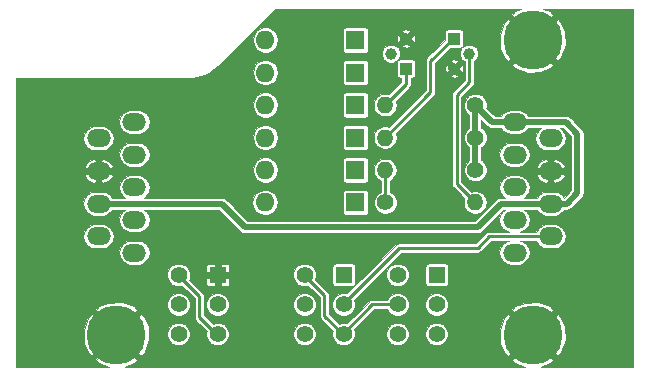
<source format=gtl>
G04 #@! TF.GenerationSoftware,KiCad,Pcbnew,5.0.2-bee76a0~70~ubuntu16.04.1*
G04 #@! TF.CreationDate,2019-02-24T19:25:28+01:00*
G04 #@! TF.ProjectId,OpenC64MegaDrivePadAdapter,4f70656e-4336-4344-9d65-676144726976,5*
G04 #@! TF.SameCoordinates,Original*
G04 #@! TF.FileFunction,Copper,L1,Top*
G04 #@! TF.FilePolarity,Positive*
%FSLAX46Y46*%
G04 Gerber Fmt 4.6, Leading zero omitted, Abs format (unit mm)*
G04 Created by KiCad (PCBNEW 5.0.2-bee76a0~70~ubuntu16.04.1) date dom 24 feb 2019 19:25:28 CET*
%MOMM*%
%LPD*%
G01*
G04 APERTURE LIST*
G04 #@! TA.AperFunction,ComponentPad*
%ADD10R,1.000000X1.000000*%
G04 #@! TD*
G04 #@! TA.AperFunction,ComponentPad*
%ADD11C,1.000000*%
G04 #@! TD*
G04 #@! TA.AperFunction,ComponentPad*
%ADD12R,1.600000X1.600000*%
G04 #@! TD*
G04 #@! TA.AperFunction,ComponentPad*
%ADD13O,1.600000X1.600000*%
G04 #@! TD*
G04 #@! TA.AperFunction,ComponentPad*
%ADD14O,1.400000X1.400000*%
G04 #@! TD*
G04 #@! TA.AperFunction,ComponentPad*
%ADD15C,1.400000*%
G04 #@! TD*
G04 #@! TA.AperFunction,ComponentPad*
%ADD16R,1.400000X1.400000*%
G04 #@! TD*
G04 #@! TA.AperFunction,ComponentPad*
%ADD17C,5.001260*%
G04 #@! TD*
G04 #@! TA.AperFunction,ComponentPad*
%ADD18O,1.998980X1.501140*%
G04 #@! TD*
G04 #@! TA.AperFunction,ViaPad*
%ADD19C,1.000000*%
G04 #@! TD*
G04 #@! TA.AperFunction,Conductor*
%ADD20C,0.500000*%
G04 #@! TD*
G04 #@! TA.AperFunction,Conductor*
%ADD21C,0.250000*%
G04 #@! TD*
G04 #@! TA.AperFunction,Conductor*
%ADD22C,0.100000*%
G04 #@! TD*
G04 #@! TA.AperFunction,Conductor*
%ADD23C,0.025400*%
G04 #@! TD*
G04 APERTURE END LIST*
D10*
G04 #@! TO.P,Q2,1*
G04 #@! TO.N,Net-(Q2-Pad1)*
X168428696Y-93783609D03*
D11*
G04 #@! TO.P,Q2,3*
G04 #@! TO.N,GND*
X168428696Y-91243609D03*
G04 #@! TO.P,Q2,2*
G04 #@! TO.N,Net-(Q2-Pad2)*
X167158696Y-92513609D03*
G04 #@! TD*
D12*
G04 #@! TO.P,D4,1*
G04 #@! TO.N,Net-(D4-Pad1)*
X164159200Y-99619600D03*
D13*
G04 #@! TO.P,D4,2*
G04 #@! TO.N,/fire*
X156539200Y-99619600D03*
G04 #@! TD*
D14*
G04 #@! TO.P,R4,2*
G04 #@! TO.N,Net-(Q2-Pad1)*
X166674000Y-96869600D03*
D15*
G04 #@! TO.P,R4,1*
G04 #@! TO.N,+5V*
X174294000Y-96869600D03*
G04 #@! TD*
G04 #@! TO.P,S1,6*
G04 #@! TO.N,Net-(D4-Pad1)*
X159868000Y-116252000D03*
G04 #@! TO.P,S1,5*
G04 #@! TO.N,/md_c/~st*
X159868000Y-113752000D03*
G04 #@! TO.P,S1,4*
G04 #@! TO.N,Net-(S1-Pad3)*
X159868000Y-111252000D03*
G04 #@! TO.P,S1,3*
X163168000Y-116252000D03*
G04 #@! TO.P,S1,2*
G04 #@! TO.N,/md_b/~a*
X163168000Y-113752000D03*
D16*
G04 #@! TO.P,S1,1*
G04 #@! TO.N,Net-(D4-Pad1)*
X163168000Y-111252000D03*
G04 #@! TD*
D17*
G04 #@! TO.P,J20,*
G04 #@! TO.N,GND*
X179154000Y-116330560D03*
D18*
G04 #@! TO.P,J20,9*
G04 #@! TO.N,/md_c/~st*
X180672920Y-99680860D03*
G04 #@! TO.P,J20,8*
G04 #@! TO.N,GND*
X180672920Y-102452000D03*
G04 #@! TO.P,J20,7*
G04 #@! TO.N,+5V*
X180672920Y-105220600D03*
G04 #@! TO.P,J20,6*
G04 #@! TO.N,/md_b/~a*
X180672920Y-107991740D03*
G04 #@! TO.P,J20,1*
G04 #@! TO.N,/md_up*
X177635080Y-109376040D03*
G04 #@! TO.P,J20,2*
G04 #@! TO.N,/md_down*
X177635080Y-106607440D03*
G04 #@! TO.P,J20,5*
G04 #@! TO.N,+5V*
X177635080Y-98296560D03*
G04 #@! TO.P,J20,4*
G04 #@! TO.N,/md_right*
X177635080Y-101065160D03*
G04 #@! TO.P,J20,3*
G04 #@! TO.N,/md_left*
X177635080Y-103836300D03*
D17*
G04 #@! TO.P,J20,*
G04 #@! TO.N,GND*
X179154000Y-91342040D03*
G04 #@! TD*
D10*
G04 #@! TO.P,Q1,1*
G04 #@! TO.N,Net-(Q1-Pad1)*
X172514407Y-91243609D03*
D11*
G04 #@! TO.P,Q1,3*
G04 #@! TO.N,GND*
X172514407Y-93783609D03*
G04 #@! TO.P,Q1,2*
G04 #@! TO.N,Net-(Q1-Pad2)*
X173784407Y-92513609D03*
G04 #@! TD*
D14*
G04 #@! TO.P,R1,2*
G04 #@! TO.N,Net-(Q1-Pad2)*
X174294000Y-105119600D03*
D15*
G04 #@! TO.P,R1,1*
G04 #@! TO.N,Net-(R1-Pad1)*
X166674000Y-105119600D03*
G04 #@! TD*
G04 #@! TO.P,S2,6*
G04 #@! TO.N,Net-(R1-Pad1)*
X167742000Y-116252000D03*
G04 #@! TO.P,S2,5*
G04 #@! TO.N,Net-(S1-Pad3)*
X167742000Y-113752000D03*
G04 #@! TO.P,S2,4*
G04 #@! TO.N,Net-(D5-Pad1)*
X167742000Y-111252000D03*
G04 #@! TO.P,S2,3*
G04 #@! TO.N,Net-(S2-Pad3)*
X171042000Y-116252000D03*
G04 #@! TO.P,S2,2*
G04 #@! TO.N,Net-(S2-Pad2)*
X171042000Y-113752000D03*
D16*
G04 #@! TO.P,S2,1*
G04 #@! TO.N,Net-(S2-Pad1)*
X171042000Y-111252000D03*
G04 #@! TD*
D15*
G04 #@! TO.P,S3,6*
G04 #@! TO.N,Net-(Q2-Pad1)*
X149200000Y-116252000D03*
G04 #@! TO.P,S3,5*
G04 #@! TO.N,/pot_x*
X149200000Y-113752000D03*
G04 #@! TO.P,S3,4*
G04 #@! TO.N,Net-(Q1-Pad1)*
X149200000Y-111252000D03*
G04 #@! TO.P,S3,3*
X152500000Y-116252000D03*
G04 #@! TO.P,S3,2*
G04 #@! TO.N,Net-(Q2-Pad2)*
X152500000Y-113752000D03*
D16*
G04 #@! TO.P,S3,1*
G04 #@! TO.N,GND*
X152500000Y-111252000D03*
G04 #@! TD*
D13*
G04 #@! TO.P,D6,2*
G04 #@! TO.N,/up*
X156527200Y-105119600D03*
D12*
G04 #@! TO.P,D6,1*
G04 #@! TO.N,/md_up*
X164147200Y-105119600D03*
G04 #@! TD*
D15*
G04 #@! TO.P,R3,1*
G04 #@! TO.N,+5V*
X174294000Y-99619600D03*
D14*
G04 #@! TO.P,R3,2*
G04 #@! TO.N,Net-(Q1-Pad1)*
X166674000Y-99619600D03*
G04 #@! TD*
D12*
G04 #@! TO.P,D1,1*
G04 #@! TO.N,/md_right*
X164159200Y-91369600D03*
D13*
G04 #@! TO.P,D1,2*
G04 #@! TO.N,/right*
X156539200Y-91369600D03*
G04 #@! TD*
D12*
G04 #@! TO.P,D2,1*
G04 #@! TO.N,/md_left*
X164159200Y-94119600D03*
D13*
G04 #@! TO.P,D2,2*
G04 #@! TO.N,/left*
X156539200Y-94119600D03*
G04 #@! TD*
D12*
G04 #@! TO.P,D3,1*
G04 #@! TO.N,/md_down*
X164159200Y-96869600D03*
D13*
G04 #@! TO.P,D3,2*
G04 #@! TO.N,/down*
X156539200Y-96869600D03*
G04 #@! TD*
D12*
G04 #@! TO.P,D5,1*
G04 #@! TO.N,Net-(D5-Pad1)*
X164159200Y-102369600D03*
D13*
G04 #@! TO.P,D5,2*
G04 #@! TO.N,/up*
X156539200Y-102369600D03*
G04 #@! TD*
D15*
G04 #@! TO.P,R2,1*
G04 #@! TO.N,+5V*
X174294000Y-102369600D03*
D14*
G04 #@! TO.P,R2,2*
G04 #@! TO.N,Net-(R1-Pad1)*
X166674000Y-102369600D03*
G04 #@! TD*
D17*
G04 #@! TO.P,J10,*
G04 #@! TO.N,GND*
X143924000Y-116332000D03*
D18*
G04 #@! TO.P,J10,3*
G04 #@! TO.N,/left*
X145442920Y-103837740D03*
G04 #@! TO.P,J10,2*
G04 #@! TO.N,/down*
X145442920Y-106608880D03*
G04 #@! TO.P,J10,1*
G04 #@! TO.N,/up*
X145442920Y-109377480D03*
G04 #@! TO.P,J10,4*
G04 #@! TO.N,/right*
X145442920Y-101066600D03*
G04 #@! TO.P,J10,5*
G04 #@! TO.N,/pot_y*
X145442920Y-98298000D03*
G04 #@! TO.P,J10,9*
G04 #@! TO.N,/pot_x*
X142405080Y-99682300D03*
G04 #@! TO.P,J10,8*
G04 #@! TO.N,GND*
X142405080Y-102453440D03*
G04 #@! TO.P,J10,7*
G04 #@! TO.N,+5V*
X142405080Y-105222040D03*
G04 #@! TO.P,J10,6*
G04 #@! TO.N,/fire*
X142405080Y-107993180D03*
G04 #@! TD*
D19*
G04 #@! TO.N,GND*
X139352000Y-104140000D03*
X139352000Y-106680000D03*
X139352000Y-109220000D03*
X139352000Y-111760000D03*
X139352000Y-114300000D03*
X139352000Y-116840000D03*
X156483974Y-111251668D03*
X156483974Y-113801668D03*
X184488000Y-116930000D03*
X184488000Y-114390000D03*
X184488000Y-111850000D03*
X184488000Y-109310000D03*
X184488000Y-106770000D03*
X184488000Y-104230000D03*
X184488000Y-101690000D03*
X184488000Y-99150000D03*
X184488000Y-96610000D03*
X184488000Y-94070000D03*
X184488000Y-91530000D03*
X139352000Y-96520000D03*
X139352000Y-99060000D03*
X139352000Y-101600000D03*
X156483974Y-116301668D03*
G04 #@! TD*
D20*
G04 #@! TO.N,+5V*
X176465400Y-105220600D02*
X180424000Y-105220600D01*
X142654000Y-105222040D02*
X152822040Y-105222040D01*
X152822040Y-105222040D02*
X154788000Y-107188000D01*
X154788000Y-107188000D02*
X174498000Y-107188000D01*
X174498000Y-107188000D02*
X176465400Y-105220600D01*
X174294000Y-102369600D02*
X174294000Y-99619600D01*
X174294000Y-99619600D02*
X174294000Y-96869600D01*
X175720960Y-98296560D02*
X174294000Y-96869600D01*
X177884000Y-98296560D02*
X175720960Y-98296560D01*
X182041800Y-105220600D02*
X180424000Y-105220600D01*
X177884000Y-98296560D02*
X181964160Y-98296560D01*
X181964160Y-98296560D02*
X182956200Y-99288600D01*
X182956200Y-99288600D02*
X182956200Y-104306200D01*
X182956200Y-104306200D02*
X182041800Y-105220600D01*
D21*
G04 #@! TO.N,Net-(Q1-Pad2)*
X173784407Y-92513609D02*
X173784407Y-94947593D01*
X173784407Y-94947593D02*
X172720000Y-96012000D01*
X172720000Y-96012000D02*
X172720000Y-103545600D01*
X172720000Y-103545600D02*
X174294000Y-105119600D01*
G04 #@! TO.N,/md_b/~a*
X174498000Y-108966000D02*
X167854000Y-108966000D01*
X167854000Y-108966000D02*
X163068000Y-113752000D01*
X175472260Y-107991740D02*
X174498000Y-108966000D01*
X180424000Y-107991740D02*
X175472260Y-107991740D01*
D20*
G04 #@! TO.N,GND*
X139352000Y-106680000D02*
X139352000Y-109220000D01*
X139352000Y-111760000D02*
X139352000Y-114300000D01*
X142654000Y-102453440D02*
X140205440Y-102453440D01*
X140205440Y-102453440D02*
X139352000Y-101600000D01*
X184488000Y-111850000D02*
X184488000Y-114390000D01*
X184488000Y-106770000D02*
X184488000Y-109310000D01*
X184488000Y-101690000D02*
X184488000Y-104230000D01*
X184488000Y-96610000D02*
X184488000Y-99150000D01*
X184488000Y-91530000D02*
X184488000Y-94070000D01*
X139352000Y-96520000D02*
X139352000Y-99060000D01*
X139352000Y-101600000D02*
X139352000Y-104140000D01*
D22*
X156483974Y-113801668D02*
X156483974Y-111251668D01*
D21*
G04 #@! TO.N,Net-(Q1-Pad1)*
X170505120Y-95788480D02*
X166674000Y-99619600D01*
X170505120Y-93146880D02*
X170505120Y-95788480D01*
X172408391Y-91243609D02*
X170505120Y-93146880D01*
X150926800Y-113078800D02*
X149100000Y-111252000D01*
X150926800Y-114808000D02*
X150926800Y-113078800D01*
X152370800Y-116252000D02*
X150926800Y-114808000D01*
X152400000Y-116252000D02*
X152370800Y-116252000D01*
G04 #@! TO.N,Net-(S1-Pad3)*
X165568000Y-113752000D02*
X167642000Y-113752000D01*
X163068000Y-116252000D02*
X165568000Y-113752000D01*
X159768000Y-111252000D02*
X159791400Y-111252000D01*
X159791400Y-111252000D02*
X161518600Y-112979200D01*
X161518600Y-112979200D02*
X161518600Y-114702600D01*
X161518600Y-114702600D02*
X163068000Y-116252000D01*
G04 #@! TO.N,Net-(Q2-Pad1)*
X168428696Y-95114904D02*
X166674000Y-96869600D01*
X168428696Y-93783609D02*
X168428696Y-95114904D01*
G04 #@! TO.N,Net-(R1-Pad1)*
X166674000Y-102369600D02*
X166674000Y-105119600D01*
G04 #@! TD*
D23*
G04 #@! TO.N,GND*
G36*
X177696829Y-88925892D02*
X177384124Y-89230915D01*
X179154000Y-91000790D01*
X180923876Y-89230915D01*
X180611171Y-88925892D01*
X180073079Y-88731700D01*
X187628300Y-88731700D01*
X187628301Y-119038300D01*
X179907202Y-119038300D01*
X180611171Y-118746708D01*
X180923876Y-118441685D01*
X179154000Y-116671810D01*
X177384124Y-118441685D01*
X177696829Y-118746708D01*
X178504809Y-119038300D01*
X144680679Y-119038300D01*
X145381171Y-118748148D01*
X145693876Y-118443125D01*
X143924000Y-116673250D01*
X142154124Y-118443125D01*
X142466829Y-118748148D01*
X143270819Y-119038300D01*
X135381700Y-119038300D01*
X135381700Y-115910369D01*
X141134136Y-115910369D01*
X141185151Y-117010098D01*
X141507852Y-117789171D01*
X141812875Y-118101876D01*
X143582750Y-116332000D01*
X144265250Y-116332000D01*
X146035125Y-118101876D01*
X146340148Y-117789171D01*
X146713864Y-116753631D01*
X146681674Y-116059711D01*
X148233300Y-116059711D01*
X148233300Y-116444289D01*
X148380471Y-116799592D01*
X148652408Y-117071529D01*
X149007711Y-117218700D01*
X149392289Y-117218700D01*
X149747592Y-117071529D01*
X150019529Y-116799592D01*
X150166700Y-116444289D01*
X150166700Y-116059711D01*
X150019529Y-115704408D01*
X149747592Y-115432471D01*
X149392289Y-115285300D01*
X149007711Y-115285300D01*
X148652408Y-115432471D01*
X148380471Y-115704408D01*
X148233300Y-116059711D01*
X146681674Y-116059711D01*
X146662849Y-115653902D01*
X146340148Y-114874829D01*
X146035125Y-114562124D01*
X144265250Y-116332000D01*
X143582750Y-116332000D01*
X141812875Y-114562124D01*
X141507852Y-114874829D01*
X141134136Y-115910369D01*
X135381700Y-115910369D01*
X135381700Y-114220875D01*
X142154124Y-114220875D01*
X143924000Y-115990750D01*
X145693876Y-114220875D01*
X145381171Y-113915852D01*
X144394331Y-113559711D01*
X148233300Y-113559711D01*
X148233300Y-113944289D01*
X148380471Y-114299592D01*
X148652408Y-114571529D01*
X149007711Y-114718700D01*
X149392289Y-114718700D01*
X149747592Y-114571529D01*
X150019529Y-114299592D01*
X150166700Y-113944289D01*
X150166700Y-113559711D01*
X150019529Y-113204408D01*
X149747592Y-112932471D01*
X149392289Y-112785300D01*
X149007711Y-112785300D01*
X148652408Y-112932471D01*
X148380471Y-113204408D01*
X148233300Y-113559711D01*
X144394331Y-113559711D01*
X144345631Y-113542136D01*
X143245902Y-113593151D01*
X142466829Y-113915852D01*
X142154124Y-114220875D01*
X135381700Y-114220875D01*
X135381700Y-111059711D01*
X148233300Y-111059711D01*
X148233300Y-111444289D01*
X148380471Y-111799592D01*
X148652408Y-112071529D01*
X149007711Y-112218700D01*
X149392289Y-112218700D01*
X149477470Y-112183417D01*
X150535101Y-113241049D01*
X150535100Y-114769429D01*
X150527428Y-114808000D01*
X150535100Y-114846570D01*
X150535100Y-114846574D01*
X150557827Y-114960832D01*
X150644401Y-115090399D01*
X150677103Y-115112250D01*
X151560030Y-115995178D01*
X151533300Y-116059711D01*
X151533300Y-116444289D01*
X151680471Y-116799592D01*
X151952408Y-117071529D01*
X152307711Y-117218700D01*
X152692289Y-117218700D01*
X153047592Y-117071529D01*
X153319529Y-116799592D01*
X153466700Y-116444289D01*
X153466700Y-116059711D01*
X158901300Y-116059711D01*
X158901300Y-116444289D01*
X159048471Y-116799592D01*
X159320408Y-117071529D01*
X159675711Y-117218700D01*
X160060289Y-117218700D01*
X160415592Y-117071529D01*
X160687529Y-116799592D01*
X160834700Y-116444289D01*
X160834700Y-116059711D01*
X160687529Y-115704408D01*
X160415592Y-115432471D01*
X160060289Y-115285300D01*
X159675711Y-115285300D01*
X159320408Y-115432471D01*
X159048471Y-115704408D01*
X158901300Y-116059711D01*
X153466700Y-116059711D01*
X153319529Y-115704408D01*
X153047592Y-115432471D01*
X152692289Y-115285300D01*
X152307711Y-115285300D01*
X152060461Y-115387714D01*
X151318500Y-114645753D01*
X151318500Y-113559711D01*
X151533300Y-113559711D01*
X151533300Y-113944289D01*
X151680471Y-114299592D01*
X151952408Y-114571529D01*
X152307711Y-114718700D01*
X152692289Y-114718700D01*
X153047592Y-114571529D01*
X153319529Y-114299592D01*
X153466700Y-113944289D01*
X153466700Y-113559711D01*
X158901300Y-113559711D01*
X158901300Y-113944289D01*
X159048471Y-114299592D01*
X159320408Y-114571529D01*
X159675711Y-114718700D01*
X160060289Y-114718700D01*
X160415592Y-114571529D01*
X160687529Y-114299592D01*
X160834700Y-113944289D01*
X160834700Y-113559711D01*
X160687529Y-113204408D01*
X160415592Y-112932471D01*
X160060289Y-112785300D01*
X159675711Y-112785300D01*
X159320408Y-112932471D01*
X159048471Y-113204408D01*
X158901300Y-113559711D01*
X153466700Y-113559711D01*
X153319529Y-113204408D01*
X153047592Y-112932471D01*
X152692289Y-112785300D01*
X152307711Y-112785300D01*
X151952408Y-112932471D01*
X151680471Y-113204408D01*
X151533300Y-113559711D01*
X151318500Y-113559711D01*
X151318500Y-113117369D01*
X151326172Y-113078799D01*
X151318500Y-113040229D01*
X151318500Y-113040225D01*
X151295773Y-112925967D01*
X151295772Y-112925965D01*
X151231050Y-112829102D01*
X151231048Y-112829100D01*
X151209199Y-112796401D01*
X151176500Y-112774552D01*
X150072839Y-111670891D01*
X150118781Y-111559975D01*
X151533300Y-111559975D01*
X151533300Y-112005050D01*
X151573903Y-112103073D01*
X151648927Y-112178097D01*
X151746950Y-112218700D01*
X152192025Y-112218700D01*
X152258700Y-112152025D01*
X152258700Y-111493300D01*
X152741300Y-111493300D01*
X152741300Y-112152025D01*
X152807975Y-112218700D01*
X153253050Y-112218700D01*
X153351073Y-112178097D01*
X153426097Y-112103073D01*
X153466700Y-112005050D01*
X153466700Y-111559975D01*
X153400025Y-111493300D01*
X152741300Y-111493300D01*
X152258700Y-111493300D01*
X151599975Y-111493300D01*
X151533300Y-111559975D01*
X150118781Y-111559975D01*
X150166700Y-111444289D01*
X150166700Y-111059711D01*
X158901300Y-111059711D01*
X158901300Y-111444289D01*
X159048471Y-111799592D01*
X159320408Y-112071529D01*
X159675711Y-112218700D01*
X160060289Y-112218700D01*
X160162016Y-112176563D01*
X161126900Y-113141447D01*
X161126901Y-114664025D01*
X161119228Y-114702600D01*
X161149628Y-114855434D01*
X161214350Y-114952297D01*
X161214353Y-114952300D01*
X161236202Y-114984999D01*
X161268901Y-115006848D01*
X162236583Y-115974530D01*
X162201300Y-116059711D01*
X162201300Y-116444289D01*
X162348471Y-116799592D01*
X162620408Y-117071529D01*
X162975711Y-117218700D01*
X163360289Y-117218700D01*
X163715592Y-117071529D01*
X163987529Y-116799592D01*
X164134700Y-116444289D01*
X164134700Y-116059711D01*
X166775300Y-116059711D01*
X166775300Y-116444289D01*
X166922471Y-116799592D01*
X167194408Y-117071529D01*
X167549711Y-117218700D01*
X167934289Y-117218700D01*
X168289592Y-117071529D01*
X168561529Y-116799592D01*
X168708700Y-116444289D01*
X168708700Y-116059711D01*
X170075300Y-116059711D01*
X170075300Y-116444289D01*
X170222471Y-116799592D01*
X170494408Y-117071529D01*
X170849711Y-117218700D01*
X171234289Y-117218700D01*
X171589592Y-117071529D01*
X171861529Y-116799592D01*
X172008700Y-116444289D01*
X172008700Y-116059711D01*
X171946245Y-115908929D01*
X176364136Y-115908929D01*
X176415151Y-117008658D01*
X176737852Y-117787731D01*
X177042875Y-118100436D01*
X178812750Y-116330560D01*
X179495250Y-116330560D01*
X181265125Y-118100436D01*
X181570148Y-117787731D01*
X181943864Y-116752191D01*
X181892849Y-115652462D01*
X181570148Y-114873389D01*
X181265125Y-114560684D01*
X179495250Y-116330560D01*
X178812750Y-116330560D01*
X177042875Y-114560684D01*
X176737852Y-114873389D01*
X176364136Y-115908929D01*
X171946245Y-115908929D01*
X171861529Y-115704408D01*
X171589592Y-115432471D01*
X171234289Y-115285300D01*
X170849711Y-115285300D01*
X170494408Y-115432471D01*
X170222471Y-115704408D01*
X170075300Y-116059711D01*
X168708700Y-116059711D01*
X168561529Y-115704408D01*
X168289592Y-115432471D01*
X167934289Y-115285300D01*
X167549711Y-115285300D01*
X167194408Y-115432471D01*
X166922471Y-115704408D01*
X166775300Y-116059711D01*
X164134700Y-116059711D01*
X164040838Y-115833109D01*
X165730248Y-114143700D01*
X166857899Y-114143700D01*
X166922471Y-114299592D01*
X167194408Y-114571529D01*
X167549711Y-114718700D01*
X167934289Y-114718700D01*
X168289592Y-114571529D01*
X168561529Y-114299592D01*
X168708700Y-113944289D01*
X168708700Y-113559711D01*
X170075300Y-113559711D01*
X170075300Y-113944289D01*
X170222471Y-114299592D01*
X170494408Y-114571529D01*
X170849711Y-114718700D01*
X171234289Y-114718700D01*
X171589592Y-114571529D01*
X171861529Y-114299592D01*
X171894731Y-114219435D01*
X177384124Y-114219435D01*
X179154000Y-115989310D01*
X180923876Y-114219435D01*
X180611171Y-113914412D01*
X179575631Y-113540696D01*
X178475902Y-113591711D01*
X177696829Y-113914412D01*
X177384124Y-114219435D01*
X171894731Y-114219435D01*
X172008700Y-113944289D01*
X172008700Y-113559711D01*
X171861529Y-113204408D01*
X171589592Y-112932471D01*
X171234289Y-112785300D01*
X170849711Y-112785300D01*
X170494408Y-112932471D01*
X170222471Y-113204408D01*
X170075300Y-113559711D01*
X168708700Y-113559711D01*
X168561529Y-113204408D01*
X168289592Y-112932471D01*
X167934289Y-112785300D01*
X167549711Y-112785300D01*
X167194408Y-112932471D01*
X166922471Y-113204408D01*
X166857899Y-113360300D01*
X165606570Y-113360300D01*
X165568000Y-113352628D01*
X165529430Y-113360300D01*
X165529425Y-113360300D01*
X165415167Y-113383027D01*
X165415165Y-113383028D01*
X165415166Y-113383028D01*
X165318302Y-113447750D01*
X165318300Y-113447752D01*
X165285601Y-113469601D01*
X165263752Y-113502300D01*
X163445470Y-115320583D01*
X163360289Y-115285300D01*
X162975711Y-115285300D01*
X162749109Y-115379161D01*
X161910300Y-114540353D01*
X161910300Y-113017770D01*
X161917972Y-112979200D01*
X161910300Y-112940630D01*
X161910300Y-112940625D01*
X161887573Y-112826367D01*
X161800999Y-112696801D01*
X161768298Y-112674951D01*
X160747692Y-111654345D01*
X160834700Y-111444289D01*
X160834700Y-111059711D01*
X160687529Y-110704408D01*
X160535121Y-110552000D01*
X162196076Y-110552000D01*
X162196076Y-111952000D01*
X162216775Y-112056061D01*
X162275721Y-112144279D01*
X162363939Y-112203225D01*
X162468000Y-112223924D01*
X163868000Y-112223924D01*
X163972061Y-112203225D01*
X164060279Y-112144279D01*
X164119225Y-112056061D01*
X164139924Y-111952000D01*
X164139924Y-110552000D01*
X164119225Y-110447939D01*
X164060279Y-110359721D01*
X163972061Y-110300775D01*
X163868000Y-110280076D01*
X162468000Y-110280076D01*
X162363939Y-110300775D01*
X162275721Y-110359721D01*
X162216775Y-110447939D01*
X162196076Y-110552000D01*
X160535121Y-110552000D01*
X160415592Y-110432471D01*
X160060289Y-110285300D01*
X159675711Y-110285300D01*
X159320408Y-110432471D01*
X159048471Y-110704408D01*
X158901300Y-111059711D01*
X150166700Y-111059711D01*
X150019529Y-110704408D01*
X149814071Y-110498950D01*
X151533300Y-110498950D01*
X151533300Y-110944025D01*
X151599975Y-111010700D01*
X152258700Y-111010700D01*
X152258700Y-110351975D01*
X152741300Y-110351975D01*
X152741300Y-111010700D01*
X153400025Y-111010700D01*
X153466700Y-110944025D01*
X153466700Y-110498950D01*
X153426097Y-110400927D01*
X153351073Y-110325903D01*
X153253050Y-110285300D01*
X152807975Y-110285300D01*
X152741300Y-110351975D01*
X152258700Y-110351975D01*
X152192025Y-110285300D01*
X151746950Y-110285300D01*
X151648927Y-110325903D01*
X151573903Y-110400927D01*
X151533300Y-110498950D01*
X149814071Y-110498950D01*
X149747592Y-110432471D01*
X149392289Y-110285300D01*
X149007711Y-110285300D01*
X148652408Y-110432471D01*
X148380471Y-110704408D01*
X148233300Y-111059711D01*
X135381700Y-111059711D01*
X135381700Y-109377480D01*
X144156801Y-109377480D01*
X144235753Y-109774399D01*
X144460590Y-110110890D01*
X144797081Y-110335727D01*
X145093810Y-110394750D01*
X145792030Y-110394750D01*
X146088759Y-110335727D01*
X146425250Y-110110890D01*
X146650087Y-109774399D01*
X146729039Y-109377480D01*
X146650087Y-108980561D01*
X146425250Y-108644070D01*
X146088759Y-108419233D01*
X145792030Y-108360210D01*
X145093810Y-108360210D01*
X144797081Y-108419233D01*
X144460590Y-108644070D01*
X144235753Y-108980561D01*
X144156801Y-109377480D01*
X135381700Y-109377480D01*
X135381700Y-107993180D01*
X141118961Y-107993180D01*
X141197913Y-108390099D01*
X141422750Y-108726590D01*
X141759241Y-108951427D01*
X142055970Y-109010450D01*
X142754190Y-109010450D01*
X143050919Y-108951427D01*
X143387410Y-108726590D01*
X143612247Y-108390099D01*
X143691199Y-107993180D01*
X143612247Y-107596261D01*
X143387410Y-107259770D01*
X143050919Y-107034933D01*
X142754190Y-106975910D01*
X142055970Y-106975910D01*
X141759241Y-107034933D01*
X141422750Y-107259770D01*
X141197913Y-107596261D01*
X141118961Y-107993180D01*
X135381700Y-107993180D01*
X135381700Y-105222040D01*
X141118961Y-105222040D01*
X141197913Y-105618959D01*
X141422750Y-105955450D01*
X141759241Y-106180287D01*
X142055970Y-106239310D01*
X142754190Y-106239310D01*
X143050919Y-106180287D01*
X143387410Y-105955450D01*
X143532212Y-105738740D01*
X144665220Y-105738740D01*
X144460590Y-105875470D01*
X144235753Y-106211961D01*
X144156801Y-106608880D01*
X144235753Y-107005799D01*
X144460590Y-107342290D01*
X144797081Y-107567127D01*
X145093810Y-107626150D01*
X145792030Y-107626150D01*
X146088759Y-107567127D01*
X146425250Y-107342290D01*
X146650087Y-107005799D01*
X146729039Y-106608880D01*
X146650087Y-106211961D01*
X146425250Y-105875470D01*
X146220620Y-105738740D01*
X152608017Y-105738740D01*
X154386657Y-107517381D01*
X154415481Y-107560519D01*
X154586394Y-107674720D01*
X154737113Y-107704700D01*
X154737117Y-107704700D01*
X154787999Y-107714821D01*
X154838881Y-107704700D01*
X174447118Y-107704700D01*
X174498000Y-107714821D01*
X174548882Y-107704700D01*
X174548887Y-107704700D01*
X174699606Y-107674720D01*
X174870519Y-107560519D01*
X174899345Y-107517378D01*
X176679424Y-105737300D01*
X176857380Y-105737300D01*
X176652750Y-105874030D01*
X176427913Y-106210521D01*
X176348961Y-106607440D01*
X176427913Y-107004359D01*
X176652750Y-107340850D01*
X176989241Y-107565687D01*
X177161945Y-107600040D01*
X175510830Y-107600040D01*
X175472260Y-107592368D01*
X175433690Y-107600040D01*
X175433685Y-107600040D01*
X175319427Y-107622767D01*
X175189861Y-107709341D01*
X175168010Y-107742043D01*
X174335753Y-108574300D01*
X167892569Y-108574300D01*
X167853999Y-108566628D01*
X167815429Y-108574300D01*
X167815425Y-108574300D01*
X167701167Y-108597027D01*
X167701166Y-108597028D01*
X167701165Y-108597028D01*
X167604302Y-108661750D01*
X167604300Y-108661752D01*
X167571601Y-108683601D01*
X167549752Y-108716300D01*
X163445470Y-112820583D01*
X163360289Y-112785300D01*
X162975711Y-112785300D01*
X162620408Y-112932471D01*
X162348471Y-113204408D01*
X162201300Y-113559711D01*
X162201300Y-113944289D01*
X162348471Y-114299592D01*
X162620408Y-114571529D01*
X162975711Y-114718700D01*
X163360289Y-114718700D01*
X163715592Y-114571529D01*
X163987529Y-114299592D01*
X164134700Y-113944289D01*
X164134700Y-113559711D01*
X164040838Y-113333109D01*
X166314236Y-111059711D01*
X166775300Y-111059711D01*
X166775300Y-111444289D01*
X166922471Y-111799592D01*
X167194408Y-112071529D01*
X167549711Y-112218700D01*
X167934289Y-112218700D01*
X168289592Y-112071529D01*
X168561529Y-111799592D01*
X168708700Y-111444289D01*
X168708700Y-111059711D01*
X168561529Y-110704408D01*
X168409121Y-110552000D01*
X170070076Y-110552000D01*
X170070076Y-111952000D01*
X170090775Y-112056061D01*
X170149721Y-112144279D01*
X170237939Y-112203225D01*
X170342000Y-112223924D01*
X171742000Y-112223924D01*
X171846061Y-112203225D01*
X171934279Y-112144279D01*
X171993225Y-112056061D01*
X172013924Y-111952000D01*
X172013924Y-110552000D01*
X171993225Y-110447939D01*
X171934279Y-110359721D01*
X171846061Y-110300775D01*
X171742000Y-110280076D01*
X170342000Y-110280076D01*
X170237939Y-110300775D01*
X170149721Y-110359721D01*
X170090775Y-110447939D01*
X170070076Y-110552000D01*
X168409121Y-110552000D01*
X168289592Y-110432471D01*
X167934289Y-110285300D01*
X167549711Y-110285300D01*
X167194408Y-110432471D01*
X166922471Y-110704408D01*
X166775300Y-111059711D01*
X166314236Y-111059711D01*
X168016248Y-109357700D01*
X174459430Y-109357700D01*
X174498000Y-109365372D01*
X174536570Y-109357700D01*
X174536575Y-109357700D01*
X174650833Y-109334973D01*
X174780399Y-109248399D01*
X174802250Y-109215697D01*
X175634507Y-108383440D01*
X177161945Y-108383440D01*
X176989241Y-108417793D01*
X176652750Y-108642630D01*
X176427913Y-108979121D01*
X176348961Y-109376040D01*
X176427913Y-109772959D01*
X176652750Y-110109450D01*
X176989241Y-110334287D01*
X177285970Y-110393310D01*
X177984190Y-110393310D01*
X178280919Y-110334287D01*
X178617410Y-110109450D01*
X178842247Y-109772959D01*
X178921199Y-109376040D01*
X178842247Y-108979121D01*
X178617410Y-108642630D01*
X178280919Y-108417793D01*
X178108215Y-108383440D01*
X179464715Y-108383440D01*
X179465753Y-108388659D01*
X179690590Y-108725150D01*
X180027081Y-108949987D01*
X180323810Y-109009010D01*
X181022030Y-109009010D01*
X181318759Y-108949987D01*
X181655250Y-108725150D01*
X181880087Y-108388659D01*
X181959039Y-107991740D01*
X181880087Y-107594821D01*
X181655250Y-107258330D01*
X181318759Y-107033493D01*
X181022030Y-106974470D01*
X180323810Y-106974470D01*
X180027081Y-107033493D01*
X179690590Y-107258330D01*
X179465753Y-107594821D01*
X179464715Y-107600040D01*
X178108215Y-107600040D01*
X178280919Y-107565687D01*
X178617410Y-107340850D01*
X178842247Y-107004359D01*
X178921199Y-106607440D01*
X178842247Y-106210521D01*
X178617410Y-105874030D01*
X178412780Y-105737300D01*
X179545788Y-105737300D01*
X179690590Y-105954010D01*
X180027081Y-106178847D01*
X180323810Y-106237870D01*
X181022030Y-106237870D01*
X181318759Y-106178847D01*
X181655250Y-105954010D01*
X181800052Y-105737300D01*
X181990918Y-105737300D01*
X182041800Y-105747421D01*
X182092682Y-105737300D01*
X182092687Y-105737300D01*
X182243406Y-105707320D01*
X182414319Y-105593119D01*
X182443145Y-105549978D01*
X183285581Y-104707543D01*
X183328719Y-104678719D01*
X183400022Y-104572008D01*
X183442920Y-104507806D01*
X183447021Y-104487190D01*
X183472900Y-104357087D01*
X183472900Y-104357083D01*
X183483021Y-104306200D01*
X183472900Y-104255317D01*
X183472900Y-99339481D01*
X183483021Y-99288599D01*
X183472900Y-99237717D01*
X183472900Y-99237713D01*
X183442920Y-99086994D01*
X183328719Y-98916081D01*
X183285581Y-98887257D01*
X182365505Y-97967182D01*
X182336679Y-97924041D01*
X182165766Y-97809840D01*
X182015047Y-97779860D01*
X182015042Y-97779860D01*
X181964160Y-97769739D01*
X181913278Y-97779860D01*
X178762212Y-97779860D01*
X178617410Y-97563150D01*
X178280919Y-97338313D01*
X177984190Y-97279290D01*
X177285970Y-97279290D01*
X176989241Y-97338313D01*
X176652750Y-97563150D01*
X176507948Y-97779860D01*
X175934984Y-97779860D01*
X175247904Y-97092781D01*
X175260700Y-97061889D01*
X175260700Y-96677311D01*
X175113529Y-96322008D01*
X174841592Y-96050071D01*
X174486289Y-95902900D01*
X174101711Y-95902900D01*
X173746408Y-96050071D01*
X173474471Y-96322008D01*
X173327300Y-96677311D01*
X173327300Y-97061889D01*
X173474471Y-97417192D01*
X173746408Y-97689129D01*
X173777301Y-97701925D01*
X173777300Y-98787275D01*
X173746408Y-98800071D01*
X173474471Y-99072008D01*
X173327300Y-99427311D01*
X173327300Y-99811889D01*
X173474471Y-100167192D01*
X173746408Y-100439129D01*
X173777301Y-100451925D01*
X173777300Y-101537275D01*
X173746408Y-101550071D01*
X173474471Y-101822008D01*
X173327300Y-102177311D01*
X173327300Y-102561889D01*
X173474471Y-102917192D01*
X173746408Y-103189129D01*
X174101711Y-103336300D01*
X174486289Y-103336300D01*
X174841592Y-103189129D01*
X175113529Y-102917192D01*
X175260700Y-102561889D01*
X175260700Y-102177311D01*
X175113529Y-101822008D01*
X174841592Y-101550071D01*
X174810700Y-101537275D01*
X174810700Y-101065160D01*
X176348961Y-101065160D01*
X176427913Y-101462079D01*
X176652750Y-101798570D01*
X176989241Y-102023407D01*
X177285970Y-102082430D01*
X177984190Y-102082430D01*
X178101598Y-102059076D01*
X179485677Y-102059076D01*
X179504541Y-102210700D01*
X180431620Y-102210700D01*
X180431620Y-101500502D01*
X180914220Y-101500502D01*
X180914220Y-102210700D01*
X181841299Y-102210700D01*
X181860163Y-102059076D01*
X181741081Y-101847368D01*
X181447337Y-101579883D01*
X181073591Y-101445170D01*
X180914220Y-101500502D01*
X180431620Y-101500502D01*
X180272249Y-101445170D01*
X179898503Y-101579883D01*
X179604759Y-101847368D01*
X179485677Y-102059076D01*
X178101598Y-102059076D01*
X178280919Y-102023407D01*
X178617410Y-101798570D01*
X178842247Y-101462079D01*
X178921199Y-101065160D01*
X178842247Y-100668241D01*
X178617410Y-100331750D01*
X178280919Y-100106913D01*
X177984190Y-100047890D01*
X177285970Y-100047890D01*
X176989241Y-100106913D01*
X176652750Y-100331750D01*
X176427913Y-100668241D01*
X176348961Y-101065160D01*
X174810700Y-101065160D01*
X174810700Y-100451925D01*
X174841592Y-100439129D01*
X175113529Y-100167192D01*
X175260700Y-99811889D01*
X175260700Y-99427311D01*
X175113529Y-99072008D01*
X174841592Y-98800071D01*
X174810700Y-98787275D01*
X174810700Y-98117024D01*
X175319617Y-98625941D01*
X175348441Y-98669079D01*
X175519354Y-98783280D01*
X175670073Y-98813260D01*
X175670077Y-98813260D01*
X175720959Y-98823381D01*
X175771841Y-98813260D01*
X176507948Y-98813260D01*
X176652750Y-99029970D01*
X176989241Y-99254807D01*
X177285970Y-99313830D01*
X177984190Y-99313830D01*
X178280919Y-99254807D01*
X178617410Y-99029970D01*
X178762212Y-98813260D01*
X179891419Y-98813260D01*
X179690590Y-98947450D01*
X179465753Y-99283941D01*
X179386801Y-99680860D01*
X179465753Y-100077779D01*
X179690590Y-100414270D01*
X180027081Y-100639107D01*
X180323810Y-100698130D01*
X181022030Y-100698130D01*
X181318759Y-100639107D01*
X181655250Y-100414270D01*
X181880087Y-100077779D01*
X181959039Y-99680860D01*
X181880087Y-99283941D01*
X181655250Y-98947450D01*
X181454421Y-98813260D01*
X181750137Y-98813260D01*
X182439500Y-99502624D01*
X182439501Y-104092175D01*
X181827777Y-104703900D01*
X181800052Y-104703900D01*
X181655250Y-104487190D01*
X181318759Y-104262353D01*
X181022030Y-104203330D01*
X180323810Y-104203330D01*
X180027081Y-104262353D01*
X179690590Y-104487190D01*
X179545788Y-104703900D01*
X178416581Y-104703900D01*
X178617410Y-104569710D01*
X178842247Y-104233219D01*
X178921199Y-103836300D01*
X178842247Y-103439381D01*
X178617410Y-103102890D01*
X178280919Y-102878053D01*
X178114369Y-102844924D01*
X179485677Y-102844924D01*
X179604759Y-103056632D01*
X179898503Y-103324117D01*
X180272249Y-103458830D01*
X180431620Y-103403498D01*
X180431620Y-102693300D01*
X180914220Y-102693300D01*
X180914220Y-103403498D01*
X181073591Y-103458830D01*
X181447337Y-103324117D01*
X181741081Y-103056632D01*
X181860163Y-102844924D01*
X181841299Y-102693300D01*
X180914220Y-102693300D01*
X180431620Y-102693300D01*
X179504541Y-102693300D01*
X179485677Y-102844924D01*
X178114369Y-102844924D01*
X177984190Y-102819030D01*
X177285970Y-102819030D01*
X176989241Y-102878053D01*
X176652750Y-103102890D01*
X176427913Y-103439381D01*
X176348961Y-103836300D01*
X176427913Y-104233219D01*
X176652750Y-104569710D01*
X176853579Y-104703900D01*
X176516283Y-104703900D01*
X176465400Y-104693779D01*
X176414517Y-104703900D01*
X176414513Y-104703900D01*
X176263794Y-104733880D01*
X176170845Y-104795987D01*
X176092881Y-104848081D01*
X176064057Y-104891219D01*
X174283977Y-106671300D01*
X155002024Y-106671300D01*
X153450324Y-105119600D01*
X155439603Y-105119600D01*
X155522391Y-105535805D01*
X155758153Y-105888647D01*
X156110995Y-106124409D01*
X156422143Y-106186300D01*
X156632257Y-106186300D01*
X156943405Y-106124409D01*
X157296247Y-105888647D01*
X157532009Y-105535805D01*
X157614797Y-105119600D01*
X157532009Y-104703395D01*
X157296247Y-104350553D01*
X157249923Y-104319600D01*
X163075276Y-104319600D01*
X163075276Y-105919600D01*
X163095975Y-106023661D01*
X163154921Y-106111879D01*
X163243139Y-106170825D01*
X163347200Y-106191524D01*
X164947200Y-106191524D01*
X165051261Y-106170825D01*
X165139479Y-106111879D01*
X165198425Y-106023661D01*
X165219124Y-105919600D01*
X165219124Y-104319600D01*
X165198425Y-104215539D01*
X165139479Y-104127321D01*
X165051261Y-104068375D01*
X164947200Y-104047676D01*
X163347200Y-104047676D01*
X163243139Y-104068375D01*
X163154921Y-104127321D01*
X163095975Y-104215539D01*
X163075276Y-104319600D01*
X157249923Y-104319600D01*
X156943405Y-104114791D01*
X156632257Y-104052900D01*
X156422143Y-104052900D01*
X156110995Y-104114791D01*
X155758153Y-104350553D01*
X155522391Y-104703395D01*
X155439603Y-105119600D01*
X153450324Y-105119600D01*
X153223385Y-104892662D01*
X153194559Y-104849521D01*
X153023646Y-104735320D01*
X152872927Y-104705340D01*
X152872922Y-104705340D01*
X152822040Y-104695219D01*
X152771158Y-104705340D01*
X146224421Y-104705340D01*
X146425250Y-104571150D01*
X146650087Y-104234659D01*
X146729039Y-103837740D01*
X146650087Y-103440821D01*
X146425250Y-103104330D01*
X146088759Y-102879493D01*
X145792030Y-102820470D01*
X145093810Y-102820470D01*
X144797081Y-102879493D01*
X144460590Y-103104330D01*
X144235753Y-103440821D01*
X144156801Y-103837740D01*
X144235753Y-104234659D01*
X144460590Y-104571150D01*
X144661419Y-104705340D01*
X143532212Y-104705340D01*
X143387410Y-104488630D01*
X143050919Y-104263793D01*
X142754190Y-104204770D01*
X142055970Y-104204770D01*
X141759241Y-104263793D01*
X141422750Y-104488630D01*
X141197913Y-104825121D01*
X141118961Y-105222040D01*
X135381700Y-105222040D01*
X135381700Y-102846364D01*
X141217837Y-102846364D01*
X141336919Y-103058072D01*
X141630663Y-103325557D01*
X142004409Y-103460270D01*
X142163780Y-103404938D01*
X142163780Y-102694740D01*
X142646380Y-102694740D01*
X142646380Y-103404938D01*
X142805751Y-103460270D01*
X143179497Y-103325557D01*
X143473241Y-103058072D01*
X143592323Y-102846364D01*
X143573459Y-102694740D01*
X142646380Y-102694740D01*
X142163780Y-102694740D01*
X141236701Y-102694740D01*
X141217837Y-102846364D01*
X135381700Y-102846364D01*
X135381700Y-102369600D01*
X155451603Y-102369600D01*
X155534391Y-102785805D01*
X155770153Y-103138647D01*
X156122995Y-103374409D01*
X156434143Y-103436300D01*
X156644257Y-103436300D01*
X156955405Y-103374409D01*
X157308247Y-103138647D01*
X157544009Y-102785805D01*
X157626797Y-102369600D01*
X157544009Y-101953395D01*
X157308247Y-101600553D01*
X157261923Y-101569600D01*
X163087276Y-101569600D01*
X163087276Y-103169600D01*
X163107975Y-103273661D01*
X163166921Y-103361879D01*
X163255139Y-103420825D01*
X163359200Y-103441524D01*
X164959200Y-103441524D01*
X165063261Y-103420825D01*
X165151479Y-103361879D01*
X165210425Y-103273661D01*
X165231124Y-103169600D01*
X165231124Y-102369600D01*
X165688362Y-102369600D01*
X165763389Y-102746787D01*
X165977049Y-103066551D01*
X166282300Y-103270514D01*
X166282301Y-104235498D01*
X166126408Y-104300071D01*
X165854471Y-104572008D01*
X165707300Y-104927311D01*
X165707300Y-105311889D01*
X165854471Y-105667192D01*
X166126408Y-105939129D01*
X166481711Y-106086300D01*
X166866289Y-106086300D01*
X167221592Y-105939129D01*
X167493529Y-105667192D01*
X167640700Y-105311889D01*
X167640700Y-104927311D01*
X167493529Y-104572008D01*
X167221592Y-104300071D01*
X167065700Y-104235499D01*
X167065700Y-103270514D01*
X167370951Y-103066551D01*
X167584611Y-102746787D01*
X167659638Y-102369600D01*
X167584611Y-101992413D01*
X167370951Y-101672649D01*
X167051187Y-101458989D01*
X166769208Y-101402900D01*
X166578792Y-101402900D01*
X166296813Y-101458989D01*
X165977049Y-101672649D01*
X165763389Y-101992413D01*
X165688362Y-102369600D01*
X165231124Y-102369600D01*
X165231124Y-101569600D01*
X165210425Y-101465539D01*
X165151479Y-101377321D01*
X165063261Y-101318375D01*
X164959200Y-101297676D01*
X163359200Y-101297676D01*
X163255139Y-101318375D01*
X163166921Y-101377321D01*
X163107975Y-101465539D01*
X163087276Y-101569600D01*
X157261923Y-101569600D01*
X156955405Y-101364791D01*
X156644257Y-101302900D01*
X156434143Y-101302900D01*
X156122995Y-101364791D01*
X155770153Y-101600553D01*
X155534391Y-101953395D01*
X155451603Y-102369600D01*
X135381700Y-102369600D01*
X135381700Y-102060516D01*
X141217837Y-102060516D01*
X141236701Y-102212140D01*
X142163780Y-102212140D01*
X142163780Y-101501942D01*
X142646380Y-101501942D01*
X142646380Y-102212140D01*
X143573459Y-102212140D01*
X143592323Y-102060516D01*
X143473241Y-101848808D01*
X143179497Y-101581323D01*
X142805751Y-101446610D01*
X142646380Y-101501942D01*
X142163780Y-101501942D01*
X142004409Y-101446610D01*
X141630663Y-101581323D01*
X141336919Y-101848808D01*
X141217837Y-102060516D01*
X135381700Y-102060516D01*
X135381700Y-101066600D01*
X144156801Y-101066600D01*
X144235753Y-101463519D01*
X144460590Y-101800010D01*
X144797081Y-102024847D01*
X145093810Y-102083870D01*
X145792030Y-102083870D01*
X146088759Y-102024847D01*
X146425250Y-101800010D01*
X146650087Y-101463519D01*
X146729039Y-101066600D01*
X146650087Y-100669681D01*
X146425250Y-100333190D01*
X146088759Y-100108353D01*
X145792030Y-100049330D01*
X145093810Y-100049330D01*
X144797081Y-100108353D01*
X144460590Y-100333190D01*
X144235753Y-100669681D01*
X144156801Y-101066600D01*
X135381700Y-101066600D01*
X135381700Y-99682300D01*
X141118961Y-99682300D01*
X141197913Y-100079219D01*
X141422750Y-100415710D01*
X141759241Y-100640547D01*
X142055970Y-100699570D01*
X142754190Y-100699570D01*
X143050919Y-100640547D01*
X143387410Y-100415710D01*
X143612247Y-100079219D01*
X143691199Y-99682300D01*
X143678728Y-99619600D01*
X155451603Y-99619600D01*
X155534391Y-100035805D01*
X155770153Y-100388647D01*
X156122995Y-100624409D01*
X156434143Y-100686300D01*
X156644257Y-100686300D01*
X156955405Y-100624409D01*
X157308247Y-100388647D01*
X157544009Y-100035805D01*
X157626797Y-99619600D01*
X157544009Y-99203395D01*
X157308247Y-98850553D01*
X157261923Y-98819600D01*
X163087276Y-98819600D01*
X163087276Y-100419600D01*
X163107975Y-100523661D01*
X163166921Y-100611879D01*
X163255139Y-100670825D01*
X163359200Y-100691524D01*
X164959200Y-100691524D01*
X165063261Y-100670825D01*
X165151479Y-100611879D01*
X165210425Y-100523661D01*
X165231124Y-100419600D01*
X165231124Y-99619600D01*
X165688362Y-99619600D01*
X165763389Y-99996787D01*
X165977049Y-100316551D01*
X166296813Y-100530211D01*
X166578792Y-100586300D01*
X166769208Y-100586300D01*
X167051187Y-100530211D01*
X167370951Y-100316551D01*
X167584611Y-99996787D01*
X167659638Y-99619600D01*
X167588016Y-99259531D01*
X170754817Y-96092730D01*
X170787519Y-96070879D01*
X170826861Y-96012000D01*
X172320628Y-96012000D01*
X172328300Y-96050571D01*
X172328301Y-103507025D01*
X172320628Y-103545600D01*
X172351028Y-103698434D01*
X172415750Y-103795297D01*
X172415753Y-103795300D01*
X172437602Y-103827999D01*
X172470301Y-103849848D01*
X173379984Y-104759532D01*
X173308362Y-105119600D01*
X173383389Y-105496787D01*
X173597049Y-105816551D01*
X173916813Y-106030211D01*
X174198792Y-106086300D01*
X174389208Y-106086300D01*
X174671187Y-106030211D01*
X174990951Y-105816551D01*
X175204611Y-105496787D01*
X175279638Y-105119600D01*
X175204611Y-104742413D01*
X174990951Y-104422649D01*
X174671187Y-104208989D01*
X174389208Y-104152900D01*
X174198792Y-104152900D01*
X173933932Y-104205584D01*
X173111700Y-103383353D01*
X173111700Y-96174247D01*
X174034104Y-95251843D01*
X174066806Y-95229992D01*
X174153380Y-95100426D01*
X174176107Y-94986168D01*
X174176107Y-94986163D01*
X174183779Y-94947593D01*
X174176107Y-94909023D01*
X174176107Y-93453165D01*
X177384124Y-93453165D01*
X177696829Y-93758188D01*
X178732369Y-94131904D01*
X179832098Y-94080889D01*
X180611171Y-93758188D01*
X180923876Y-93453165D01*
X179154000Y-91683290D01*
X177384124Y-93453165D01*
X174176107Y-93453165D01*
X174176107Y-93181232D01*
X174218708Y-93163586D01*
X174434384Y-92947910D01*
X174551107Y-92666115D01*
X174551107Y-92361103D01*
X174434384Y-92079308D01*
X174218708Y-91863632D01*
X173936913Y-91746909D01*
X173631901Y-91746909D01*
X173350106Y-91863632D01*
X173134430Y-92079308D01*
X173017707Y-92361103D01*
X173017707Y-92666115D01*
X173134430Y-92947910D01*
X173350106Y-93163586D01*
X173392707Y-93181232D01*
X173392708Y-94785345D01*
X172470303Y-95707750D01*
X172437601Y-95729601D01*
X172415751Y-95762302D01*
X172415750Y-95762303D01*
X172392115Y-95797676D01*
X172351027Y-95859168D01*
X172328300Y-95973426D01*
X172328300Y-95973430D01*
X172320628Y-96012000D01*
X170826861Y-96012000D01*
X170874093Y-95941313D01*
X170896820Y-95827055D01*
X170896820Y-95827050D01*
X170904492Y-95788480D01*
X170896820Y-95749910D01*
X170896820Y-94430188D01*
X172209078Y-94430188D01*
X172272577Y-94526984D01*
X172575463Y-94562942D01*
X172756237Y-94526984D01*
X172819736Y-94430188D01*
X172514407Y-94124859D01*
X172209078Y-94430188D01*
X170896820Y-94430188D01*
X170896820Y-93844665D01*
X171735074Y-93844665D01*
X171771032Y-94025439D01*
X171867828Y-94088938D01*
X172173157Y-93783609D01*
X172855657Y-93783609D01*
X173160986Y-94088938D01*
X173257782Y-94025439D01*
X173293740Y-93722553D01*
X173257782Y-93541779D01*
X173160986Y-93478280D01*
X172855657Y-93783609D01*
X172173157Y-93783609D01*
X171867828Y-93478280D01*
X171771032Y-93541779D01*
X171735074Y-93844665D01*
X170896820Y-93844665D01*
X170896820Y-93309127D01*
X171068917Y-93137030D01*
X172209078Y-93137030D01*
X172514407Y-93442359D01*
X172819736Y-93137030D01*
X172756237Y-93040234D01*
X172453351Y-93004276D01*
X172272577Y-93040234D01*
X172209078Y-93137030D01*
X171068917Y-93137030D01*
X172190414Y-92015533D01*
X173014407Y-92015533D01*
X173118468Y-91994834D01*
X173206686Y-91935888D01*
X173265632Y-91847670D01*
X173286331Y-91743609D01*
X173286331Y-90920409D01*
X176364136Y-90920409D01*
X176415151Y-92020138D01*
X176737852Y-92799211D01*
X177042875Y-93111916D01*
X178812750Y-91342040D01*
X179495250Y-91342040D01*
X181265125Y-93111916D01*
X181570148Y-92799211D01*
X181943864Y-91763671D01*
X181892849Y-90663942D01*
X181570148Y-89884869D01*
X181265125Y-89572164D01*
X179495250Y-91342040D01*
X178812750Y-91342040D01*
X177042875Y-89572164D01*
X176737852Y-89884869D01*
X176364136Y-90920409D01*
X173286331Y-90920409D01*
X173286331Y-90743609D01*
X173265632Y-90639548D01*
X173206686Y-90551330D01*
X173118468Y-90492384D01*
X173014407Y-90471685D01*
X172014407Y-90471685D01*
X171910346Y-90492384D01*
X171822128Y-90551330D01*
X171763182Y-90639548D01*
X171742483Y-90743609D01*
X171742483Y-91355570D01*
X170255423Y-92842630D01*
X170222721Y-92864481D01*
X170200871Y-92897182D01*
X170200870Y-92897183D01*
X170144471Y-92981591D01*
X170136147Y-92994048D01*
X170113420Y-93108306D01*
X170113420Y-93108310D01*
X170105748Y-93146880D01*
X170113420Y-93185451D01*
X170113421Y-95626232D01*
X167034069Y-98705584D01*
X166769208Y-98652900D01*
X166578792Y-98652900D01*
X166296813Y-98708989D01*
X165977049Y-98922649D01*
X165763389Y-99242413D01*
X165688362Y-99619600D01*
X165231124Y-99619600D01*
X165231124Y-98819600D01*
X165210425Y-98715539D01*
X165151479Y-98627321D01*
X165063261Y-98568375D01*
X164959200Y-98547676D01*
X163359200Y-98547676D01*
X163255139Y-98568375D01*
X163166921Y-98627321D01*
X163107975Y-98715539D01*
X163087276Y-98819600D01*
X157261923Y-98819600D01*
X156955405Y-98614791D01*
X156644257Y-98552900D01*
X156434143Y-98552900D01*
X156122995Y-98614791D01*
X155770153Y-98850553D01*
X155534391Y-99203395D01*
X155451603Y-99619600D01*
X143678728Y-99619600D01*
X143612247Y-99285381D01*
X143387410Y-98948890D01*
X143050919Y-98724053D01*
X142754190Y-98665030D01*
X142055970Y-98665030D01*
X141759241Y-98724053D01*
X141422750Y-98948890D01*
X141197913Y-99285381D01*
X141118961Y-99682300D01*
X135381700Y-99682300D01*
X135381700Y-98298000D01*
X144156801Y-98298000D01*
X144235753Y-98694919D01*
X144460590Y-99031410D01*
X144797081Y-99256247D01*
X145093810Y-99315270D01*
X145792030Y-99315270D01*
X146088759Y-99256247D01*
X146425250Y-99031410D01*
X146650087Y-98694919D01*
X146729039Y-98298000D01*
X146650087Y-97901081D01*
X146425250Y-97564590D01*
X146088759Y-97339753D01*
X145792030Y-97280730D01*
X145093810Y-97280730D01*
X144797081Y-97339753D01*
X144460590Y-97564590D01*
X144235753Y-97901081D01*
X144156801Y-98298000D01*
X135381700Y-98298000D01*
X135381700Y-96869600D01*
X155451603Y-96869600D01*
X155534391Y-97285805D01*
X155770153Y-97638647D01*
X156122995Y-97874409D01*
X156434143Y-97936300D01*
X156644257Y-97936300D01*
X156955405Y-97874409D01*
X157308247Y-97638647D01*
X157544009Y-97285805D01*
X157626797Y-96869600D01*
X157544009Y-96453395D01*
X157308247Y-96100553D01*
X157261923Y-96069600D01*
X163087276Y-96069600D01*
X163087276Y-97669600D01*
X163107975Y-97773661D01*
X163166921Y-97861879D01*
X163255139Y-97920825D01*
X163359200Y-97941524D01*
X164959200Y-97941524D01*
X165063261Y-97920825D01*
X165151479Y-97861879D01*
X165210425Y-97773661D01*
X165231124Y-97669600D01*
X165231124Y-96869600D01*
X165688362Y-96869600D01*
X165763389Y-97246787D01*
X165977049Y-97566551D01*
X166296813Y-97780211D01*
X166578792Y-97836300D01*
X166769208Y-97836300D01*
X167051187Y-97780211D01*
X167370951Y-97566551D01*
X167584611Y-97246787D01*
X167659638Y-96869600D01*
X167588016Y-96509531D01*
X168678393Y-95419154D01*
X168711095Y-95397303D01*
X168797669Y-95267737D01*
X168820396Y-95153479D01*
X168820396Y-95153474D01*
X168828068Y-95114904D01*
X168820396Y-95076334D01*
X168820396Y-94555533D01*
X168928696Y-94555533D01*
X169032757Y-94534834D01*
X169120975Y-94475888D01*
X169179921Y-94387670D01*
X169200620Y-94283609D01*
X169200620Y-93283609D01*
X169179921Y-93179548D01*
X169120975Y-93091330D01*
X169032757Y-93032384D01*
X168928696Y-93011685D01*
X167928696Y-93011685D01*
X167824635Y-93032384D01*
X167736417Y-93091330D01*
X167677471Y-93179548D01*
X167656772Y-93283609D01*
X167656772Y-94283609D01*
X167677471Y-94387670D01*
X167736417Y-94475888D01*
X167824635Y-94534834D01*
X167928696Y-94555533D01*
X168036997Y-94555533D01*
X168036997Y-94952656D01*
X167034069Y-95955584D01*
X166769208Y-95902900D01*
X166578792Y-95902900D01*
X166296813Y-95958989D01*
X165977049Y-96172649D01*
X165763389Y-96492413D01*
X165688362Y-96869600D01*
X165231124Y-96869600D01*
X165231124Y-96069600D01*
X165210425Y-95965539D01*
X165151479Y-95877321D01*
X165063261Y-95818375D01*
X164959200Y-95797676D01*
X163359200Y-95797676D01*
X163255139Y-95818375D01*
X163166921Y-95877321D01*
X163107975Y-95965539D01*
X163087276Y-96069600D01*
X157261923Y-96069600D01*
X156955405Y-95864791D01*
X156644257Y-95802900D01*
X156434143Y-95802900D01*
X156122995Y-95864791D01*
X155770153Y-96100553D01*
X155534391Y-96453395D01*
X155451603Y-96869600D01*
X135381700Y-96869600D01*
X135381700Y-94581700D01*
X149993653Y-94581700D01*
X150002946Y-94579852D01*
X150323757Y-94562175D01*
X150331650Y-94560875D01*
X150339644Y-94560927D01*
X150377321Y-94554943D01*
X151104974Y-94397270D01*
X151121970Y-94391607D01*
X151139485Y-94387876D01*
X151174997Y-94373941D01*
X151729850Y-94119600D01*
X155451603Y-94119600D01*
X155534391Y-94535805D01*
X155770153Y-94888647D01*
X156122995Y-95124409D01*
X156434143Y-95186300D01*
X156644257Y-95186300D01*
X156955405Y-95124409D01*
X157308247Y-94888647D01*
X157544009Y-94535805D01*
X157626797Y-94119600D01*
X157544009Y-93703395D01*
X157308247Y-93350553D01*
X157261923Y-93319600D01*
X163087276Y-93319600D01*
X163087276Y-94919600D01*
X163107975Y-95023661D01*
X163166921Y-95111879D01*
X163255139Y-95170825D01*
X163359200Y-95191524D01*
X164959200Y-95191524D01*
X165063261Y-95170825D01*
X165151479Y-95111879D01*
X165210425Y-95023661D01*
X165231124Y-94919600D01*
X165231124Y-93319600D01*
X165210425Y-93215539D01*
X165151479Y-93127321D01*
X165063261Y-93068375D01*
X164959200Y-93047676D01*
X163359200Y-93047676D01*
X163255139Y-93068375D01*
X163166921Y-93127321D01*
X163107975Y-93215539D01*
X163087276Y-93319600D01*
X157261923Y-93319600D01*
X156955405Y-93114791D01*
X156644257Y-93052900D01*
X156434143Y-93052900D01*
X156122995Y-93114791D01*
X155770153Y-93350553D01*
X155534391Y-93703395D01*
X155451603Y-94119600D01*
X151729850Y-94119600D01*
X151851816Y-94063692D01*
X151867194Y-94054516D01*
X151883504Y-94047108D01*
X151915195Y-94025872D01*
X152489614Y-93592603D01*
X152522820Y-93570416D01*
X154723636Y-91369600D01*
X155451603Y-91369600D01*
X155534391Y-91785805D01*
X155770153Y-92138647D01*
X156122995Y-92374409D01*
X156434143Y-92436300D01*
X156644257Y-92436300D01*
X156955405Y-92374409D01*
X157308247Y-92138647D01*
X157544009Y-91785805D01*
X157626797Y-91369600D01*
X157544009Y-90953395D01*
X157308247Y-90600553D01*
X157261923Y-90569600D01*
X163087276Y-90569600D01*
X163087276Y-92169600D01*
X163107975Y-92273661D01*
X163166921Y-92361879D01*
X163255139Y-92420825D01*
X163359200Y-92441524D01*
X164959200Y-92441524D01*
X165063261Y-92420825D01*
X165151479Y-92361879D01*
X165151997Y-92361103D01*
X166391996Y-92361103D01*
X166391996Y-92666115D01*
X166508719Y-92947910D01*
X166724395Y-93163586D01*
X167006190Y-93280309D01*
X167311202Y-93280309D01*
X167592997Y-93163586D01*
X167808673Y-92947910D01*
X167925396Y-92666115D01*
X167925396Y-92361103D01*
X167808673Y-92079308D01*
X167619553Y-91890188D01*
X168123367Y-91890188D01*
X168186866Y-91986984D01*
X168489752Y-92022942D01*
X168670526Y-91986984D01*
X168734025Y-91890188D01*
X168428696Y-91584859D01*
X168123367Y-91890188D01*
X167619553Y-91890188D01*
X167592997Y-91863632D01*
X167311202Y-91746909D01*
X167006190Y-91746909D01*
X166724395Y-91863632D01*
X166508719Y-92079308D01*
X166391996Y-92361103D01*
X165151997Y-92361103D01*
X165210425Y-92273661D01*
X165231124Y-92169600D01*
X165231124Y-91304665D01*
X167649363Y-91304665D01*
X167685321Y-91485439D01*
X167782117Y-91548938D01*
X168087446Y-91243609D01*
X168769946Y-91243609D01*
X169075275Y-91548938D01*
X169172071Y-91485439D01*
X169208029Y-91182553D01*
X169172071Y-91001779D01*
X169075275Y-90938280D01*
X168769946Y-91243609D01*
X168087446Y-91243609D01*
X167782117Y-90938280D01*
X167685321Y-91001779D01*
X167649363Y-91304665D01*
X165231124Y-91304665D01*
X165231124Y-90597030D01*
X168123367Y-90597030D01*
X168428696Y-90902359D01*
X168734025Y-90597030D01*
X168670526Y-90500234D01*
X168367640Y-90464276D01*
X168186866Y-90500234D01*
X168123367Y-90597030D01*
X165231124Y-90597030D01*
X165231124Y-90569600D01*
X165210425Y-90465539D01*
X165151479Y-90377321D01*
X165063261Y-90318375D01*
X164959200Y-90297676D01*
X163359200Y-90297676D01*
X163255139Y-90318375D01*
X163166921Y-90377321D01*
X163107975Y-90465539D01*
X163087276Y-90569600D01*
X157261923Y-90569600D01*
X156955405Y-90364791D01*
X156644257Y-90302900D01*
X156434143Y-90302900D01*
X156122995Y-90364791D01*
X155770153Y-90600553D01*
X155534391Y-90953395D01*
X155451603Y-91369600D01*
X154723636Y-91369600D01*
X157361537Y-88731700D01*
X178165652Y-88731700D01*
X177696829Y-88925892D01*
X177696829Y-88925892D01*
G37*
X177696829Y-88925892D02*
X177384124Y-89230915D01*
X179154000Y-91000790D01*
X180923876Y-89230915D01*
X180611171Y-88925892D01*
X180073079Y-88731700D01*
X187628300Y-88731700D01*
X187628301Y-119038300D01*
X179907202Y-119038300D01*
X180611171Y-118746708D01*
X180923876Y-118441685D01*
X179154000Y-116671810D01*
X177384124Y-118441685D01*
X177696829Y-118746708D01*
X178504809Y-119038300D01*
X144680679Y-119038300D01*
X145381171Y-118748148D01*
X145693876Y-118443125D01*
X143924000Y-116673250D01*
X142154124Y-118443125D01*
X142466829Y-118748148D01*
X143270819Y-119038300D01*
X135381700Y-119038300D01*
X135381700Y-115910369D01*
X141134136Y-115910369D01*
X141185151Y-117010098D01*
X141507852Y-117789171D01*
X141812875Y-118101876D01*
X143582750Y-116332000D01*
X144265250Y-116332000D01*
X146035125Y-118101876D01*
X146340148Y-117789171D01*
X146713864Y-116753631D01*
X146681674Y-116059711D01*
X148233300Y-116059711D01*
X148233300Y-116444289D01*
X148380471Y-116799592D01*
X148652408Y-117071529D01*
X149007711Y-117218700D01*
X149392289Y-117218700D01*
X149747592Y-117071529D01*
X150019529Y-116799592D01*
X150166700Y-116444289D01*
X150166700Y-116059711D01*
X150019529Y-115704408D01*
X149747592Y-115432471D01*
X149392289Y-115285300D01*
X149007711Y-115285300D01*
X148652408Y-115432471D01*
X148380471Y-115704408D01*
X148233300Y-116059711D01*
X146681674Y-116059711D01*
X146662849Y-115653902D01*
X146340148Y-114874829D01*
X146035125Y-114562124D01*
X144265250Y-116332000D01*
X143582750Y-116332000D01*
X141812875Y-114562124D01*
X141507852Y-114874829D01*
X141134136Y-115910369D01*
X135381700Y-115910369D01*
X135381700Y-114220875D01*
X142154124Y-114220875D01*
X143924000Y-115990750D01*
X145693876Y-114220875D01*
X145381171Y-113915852D01*
X144394331Y-113559711D01*
X148233300Y-113559711D01*
X148233300Y-113944289D01*
X148380471Y-114299592D01*
X148652408Y-114571529D01*
X149007711Y-114718700D01*
X149392289Y-114718700D01*
X149747592Y-114571529D01*
X150019529Y-114299592D01*
X150166700Y-113944289D01*
X150166700Y-113559711D01*
X150019529Y-113204408D01*
X149747592Y-112932471D01*
X149392289Y-112785300D01*
X149007711Y-112785300D01*
X148652408Y-112932471D01*
X148380471Y-113204408D01*
X148233300Y-113559711D01*
X144394331Y-113559711D01*
X144345631Y-113542136D01*
X143245902Y-113593151D01*
X142466829Y-113915852D01*
X142154124Y-114220875D01*
X135381700Y-114220875D01*
X135381700Y-111059711D01*
X148233300Y-111059711D01*
X148233300Y-111444289D01*
X148380471Y-111799592D01*
X148652408Y-112071529D01*
X149007711Y-112218700D01*
X149392289Y-112218700D01*
X149477470Y-112183417D01*
X150535101Y-113241049D01*
X150535100Y-114769429D01*
X150527428Y-114808000D01*
X150535100Y-114846570D01*
X150535100Y-114846574D01*
X150557827Y-114960832D01*
X150644401Y-115090399D01*
X150677103Y-115112250D01*
X151560030Y-115995178D01*
X151533300Y-116059711D01*
X151533300Y-116444289D01*
X151680471Y-116799592D01*
X151952408Y-117071529D01*
X152307711Y-117218700D01*
X152692289Y-117218700D01*
X153047592Y-117071529D01*
X153319529Y-116799592D01*
X153466700Y-116444289D01*
X153466700Y-116059711D01*
X158901300Y-116059711D01*
X158901300Y-116444289D01*
X159048471Y-116799592D01*
X159320408Y-117071529D01*
X159675711Y-117218700D01*
X160060289Y-117218700D01*
X160415592Y-117071529D01*
X160687529Y-116799592D01*
X160834700Y-116444289D01*
X160834700Y-116059711D01*
X160687529Y-115704408D01*
X160415592Y-115432471D01*
X160060289Y-115285300D01*
X159675711Y-115285300D01*
X159320408Y-115432471D01*
X159048471Y-115704408D01*
X158901300Y-116059711D01*
X153466700Y-116059711D01*
X153319529Y-115704408D01*
X153047592Y-115432471D01*
X152692289Y-115285300D01*
X152307711Y-115285300D01*
X152060461Y-115387714D01*
X151318500Y-114645753D01*
X151318500Y-113559711D01*
X151533300Y-113559711D01*
X151533300Y-113944289D01*
X151680471Y-114299592D01*
X151952408Y-114571529D01*
X152307711Y-114718700D01*
X152692289Y-114718700D01*
X153047592Y-114571529D01*
X153319529Y-114299592D01*
X153466700Y-113944289D01*
X153466700Y-113559711D01*
X158901300Y-113559711D01*
X158901300Y-113944289D01*
X159048471Y-114299592D01*
X159320408Y-114571529D01*
X159675711Y-114718700D01*
X160060289Y-114718700D01*
X160415592Y-114571529D01*
X160687529Y-114299592D01*
X160834700Y-113944289D01*
X160834700Y-113559711D01*
X160687529Y-113204408D01*
X160415592Y-112932471D01*
X160060289Y-112785300D01*
X159675711Y-112785300D01*
X159320408Y-112932471D01*
X159048471Y-113204408D01*
X158901300Y-113559711D01*
X153466700Y-113559711D01*
X153319529Y-113204408D01*
X153047592Y-112932471D01*
X152692289Y-112785300D01*
X152307711Y-112785300D01*
X151952408Y-112932471D01*
X151680471Y-113204408D01*
X151533300Y-113559711D01*
X151318500Y-113559711D01*
X151318500Y-113117369D01*
X151326172Y-113078799D01*
X151318500Y-113040229D01*
X151318500Y-113040225D01*
X151295773Y-112925967D01*
X151295772Y-112925965D01*
X151231050Y-112829102D01*
X151231048Y-112829100D01*
X151209199Y-112796401D01*
X151176500Y-112774552D01*
X150072839Y-111670891D01*
X150118781Y-111559975D01*
X151533300Y-111559975D01*
X151533300Y-112005050D01*
X151573903Y-112103073D01*
X151648927Y-112178097D01*
X151746950Y-112218700D01*
X152192025Y-112218700D01*
X152258700Y-112152025D01*
X152258700Y-111493300D01*
X152741300Y-111493300D01*
X152741300Y-112152025D01*
X152807975Y-112218700D01*
X153253050Y-112218700D01*
X153351073Y-112178097D01*
X153426097Y-112103073D01*
X153466700Y-112005050D01*
X153466700Y-111559975D01*
X153400025Y-111493300D01*
X152741300Y-111493300D01*
X152258700Y-111493300D01*
X151599975Y-111493300D01*
X151533300Y-111559975D01*
X150118781Y-111559975D01*
X150166700Y-111444289D01*
X150166700Y-111059711D01*
X158901300Y-111059711D01*
X158901300Y-111444289D01*
X159048471Y-111799592D01*
X159320408Y-112071529D01*
X159675711Y-112218700D01*
X160060289Y-112218700D01*
X160162016Y-112176563D01*
X161126900Y-113141447D01*
X161126901Y-114664025D01*
X161119228Y-114702600D01*
X161149628Y-114855434D01*
X161214350Y-114952297D01*
X161214353Y-114952300D01*
X161236202Y-114984999D01*
X161268901Y-115006848D01*
X162236583Y-115974530D01*
X162201300Y-116059711D01*
X162201300Y-116444289D01*
X162348471Y-116799592D01*
X162620408Y-117071529D01*
X162975711Y-117218700D01*
X163360289Y-117218700D01*
X163715592Y-117071529D01*
X163987529Y-116799592D01*
X164134700Y-116444289D01*
X164134700Y-116059711D01*
X166775300Y-116059711D01*
X166775300Y-116444289D01*
X166922471Y-116799592D01*
X167194408Y-117071529D01*
X167549711Y-117218700D01*
X167934289Y-117218700D01*
X168289592Y-117071529D01*
X168561529Y-116799592D01*
X168708700Y-116444289D01*
X168708700Y-116059711D01*
X170075300Y-116059711D01*
X170075300Y-116444289D01*
X170222471Y-116799592D01*
X170494408Y-117071529D01*
X170849711Y-117218700D01*
X171234289Y-117218700D01*
X171589592Y-117071529D01*
X171861529Y-116799592D01*
X172008700Y-116444289D01*
X172008700Y-116059711D01*
X171946245Y-115908929D01*
X176364136Y-115908929D01*
X176415151Y-117008658D01*
X176737852Y-117787731D01*
X177042875Y-118100436D01*
X178812750Y-116330560D01*
X179495250Y-116330560D01*
X181265125Y-118100436D01*
X181570148Y-117787731D01*
X181943864Y-116752191D01*
X181892849Y-115652462D01*
X181570148Y-114873389D01*
X181265125Y-114560684D01*
X179495250Y-116330560D01*
X178812750Y-116330560D01*
X177042875Y-114560684D01*
X176737852Y-114873389D01*
X176364136Y-115908929D01*
X171946245Y-115908929D01*
X171861529Y-115704408D01*
X171589592Y-115432471D01*
X171234289Y-115285300D01*
X170849711Y-115285300D01*
X170494408Y-115432471D01*
X170222471Y-115704408D01*
X170075300Y-116059711D01*
X168708700Y-116059711D01*
X168561529Y-115704408D01*
X168289592Y-115432471D01*
X167934289Y-115285300D01*
X167549711Y-115285300D01*
X167194408Y-115432471D01*
X166922471Y-115704408D01*
X166775300Y-116059711D01*
X164134700Y-116059711D01*
X164040838Y-115833109D01*
X165730248Y-114143700D01*
X166857899Y-114143700D01*
X166922471Y-114299592D01*
X167194408Y-114571529D01*
X167549711Y-114718700D01*
X167934289Y-114718700D01*
X168289592Y-114571529D01*
X168561529Y-114299592D01*
X168708700Y-113944289D01*
X168708700Y-113559711D01*
X170075300Y-113559711D01*
X170075300Y-113944289D01*
X170222471Y-114299592D01*
X170494408Y-114571529D01*
X170849711Y-114718700D01*
X171234289Y-114718700D01*
X171589592Y-114571529D01*
X171861529Y-114299592D01*
X171894731Y-114219435D01*
X177384124Y-114219435D01*
X179154000Y-115989310D01*
X180923876Y-114219435D01*
X180611171Y-113914412D01*
X179575631Y-113540696D01*
X178475902Y-113591711D01*
X177696829Y-113914412D01*
X177384124Y-114219435D01*
X171894731Y-114219435D01*
X172008700Y-113944289D01*
X172008700Y-113559711D01*
X171861529Y-113204408D01*
X171589592Y-112932471D01*
X171234289Y-112785300D01*
X170849711Y-112785300D01*
X170494408Y-112932471D01*
X170222471Y-113204408D01*
X170075300Y-113559711D01*
X168708700Y-113559711D01*
X168561529Y-113204408D01*
X168289592Y-112932471D01*
X167934289Y-112785300D01*
X167549711Y-112785300D01*
X167194408Y-112932471D01*
X166922471Y-113204408D01*
X166857899Y-113360300D01*
X165606570Y-113360300D01*
X165568000Y-113352628D01*
X165529430Y-113360300D01*
X165529425Y-113360300D01*
X165415167Y-113383027D01*
X165415165Y-113383028D01*
X165415166Y-113383028D01*
X165318302Y-113447750D01*
X165318300Y-113447752D01*
X165285601Y-113469601D01*
X165263752Y-113502300D01*
X163445470Y-115320583D01*
X163360289Y-115285300D01*
X162975711Y-115285300D01*
X162749109Y-115379161D01*
X161910300Y-114540353D01*
X161910300Y-113017770D01*
X161917972Y-112979200D01*
X161910300Y-112940630D01*
X161910300Y-112940625D01*
X161887573Y-112826367D01*
X161800999Y-112696801D01*
X161768298Y-112674951D01*
X160747692Y-111654345D01*
X160834700Y-111444289D01*
X160834700Y-111059711D01*
X160687529Y-110704408D01*
X160535121Y-110552000D01*
X162196076Y-110552000D01*
X162196076Y-111952000D01*
X162216775Y-112056061D01*
X162275721Y-112144279D01*
X162363939Y-112203225D01*
X162468000Y-112223924D01*
X163868000Y-112223924D01*
X163972061Y-112203225D01*
X164060279Y-112144279D01*
X164119225Y-112056061D01*
X164139924Y-111952000D01*
X164139924Y-110552000D01*
X164119225Y-110447939D01*
X164060279Y-110359721D01*
X163972061Y-110300775D01*
X163868000Y-110280076D01*
X162468000Y-110280076D01*
X162363939Y-110300775D01*
X162275721Y-110359721D01*
X162216775Y-110447939D01*
X162196076Y-110552000D01*
X160535121Y-110552000D01*
X160415592Y-110432471D01*
X160060289Y-110285300D01*
X159675711Y-110285300D01*
X159320408Y-110432471D01*
X159048471Y-110704408D01*
X158901300Y-111059711D01*
X150166700Y-111059711D01*
X150019529Y-110704408D01*
X149814071Y-110498950D01*
X151533300Y-110498950D01*
X151533300Y-110944025D01*
X151599975Y-111010700D01*
X152258700Y-111010700D01*
X152258700Y-110351975D01*
X152741300Y-110351975D01*
X152741300Y-111010700D01*
X153400025Y-111010700D01*
X153466700Y-110944025D01*
X153466700Y-110498950D01*
X153426097Y-110400927D01*
X153351073Y-110325903D01*
X153253050Y-110285300D01*
X152807975Y-110285300D01*
X152741300Y-110351975D01*
X152258700Y-110351975D01*
X152192025Y-110285300D01*
X151746950Y-110285300D01*
X151648927Y-110325903D01*
X151573903Y-110400927D01*
X151533300Y-110498950D01*
X149814071Y-110498950D01*
X149747592Y-110432471D01*
X149392289Y-110285300D01*
X149007711Y-110285300D01*
X148652408Y-110432471D01*
X148380471Y-110704408D01*
X148233300Y-111059711D01*
X135381700Y-111059711D01*
X135381700Y-109377480D01*
X144156801Y-109377480D01*
X144235753Y-109774399D01*
X144460590Y-110110890D01*
X144797081Y-110335727D01*
X145093810Y-110394750D01*
X145792030Y-110394750D01*
X146088759Y-110335727D01*
X146425250Y-110110890D01*
X146650087Y-109774399D01*
X146729039Y-109377480D01*
X146650087Y-108980561D01*
X146425250Y-108644070D01*
X146088759Y-108419233D01*
X145792030Y-108360210D01*
X145093810Y-108360210D01*
X144797081Y-108419233D01*
X144460590Y-108644070D01*
X144235753Y-108980561D01*
X144156801Y-109377480D01*
X135381700Y-109377480D01*
X135381700Y-107993180D01*
X141118961Y-107993180D01*
X141197913Y-108390099D01*
X141422750Y-108726590D01*
X141759241Y-108951427D01*
X142055970Y-109010450D01*
X142754190Y-109010450D01*
X143050919Y-108951427D01*
X143387410Y-108726590D01*
X143612247Y-108390099D01*
X143691199Y-107993180D01*
X143612247Y-107596261D01*
X143387410Y-107259770D01*
X143050919Y-107034933D01*
X142754190Y-106975910D01*
X142055970Y-106975910D01*
X141759241Y-107034933D01*
X141422750Y-107259770D01*
X141197913Y-107596261D01*
X141118961Y-107993180D01*
X135381700Y-107993180D01*
X135381700Y-105222040D01*
X141118961Y-105222040D01*
X141197913Y-105618959D01*
X141422750Y-105955450D01*
X141759241Y-106180287D01*
X142055970Y-106239310D01*
X142754190Y-106239310D01*
X143050919Y-106180287D01*
X143387410Y-105955450D01*
X143532212Y-105738740D01*
X144665220Y-105738740D01*
X144460590Y-105875470D01*
X144235753Y-106211961D01*
X144156801Y-106608880D01*
X144235753Y-107005799D01*
X144460590Y-107342290D01*
X144797081Y-107567127D01*
X145093810Y-107626150D01*
X145792030Y-107626150D01*
X146088759Y-107567127D01*
X146425250Y-107342290D01*
X146650087Y-107005799D01*
X146729039Y-106608880D01*
X146650087Y-106211961D01*
X146425250Y-105875470D01*
X146220620Y-105738740D01*
X152608017Y-105738740D01*
X154386657Y-107517381D01*
X154415481Y-107560519D01*
X154586394Y-107674720D01*
X154737113Y-107704700D01*
X154737117Y-107704700D01*
X154787999Y-107714821D01*
X154838881Y-107704700D01*
X174447118Y-107704700D01*
X174498000Y-107714821D01*
X174548882Y-107704700D01*
X174548887Y-107704700D01*
X174699606Y-107674720D01*
X174870519Y-107560519D01*
X174899345Y-107517378D01*
X176679424Y-105737300D01*
X176857380Y-105737300D01*
X176652750Y-105874030D01*
X176427913Y-106210521D01*
X176348961Y-106607440D01*
X176427913Y-107004359D01*
X176652750Y-107340850D01*
X176989241Y-107565687D01*
X177161945Y-107600040D01*
X175510830Y-107600040D01*
X175472260Y-107592368D01*
X175433690Y-107600040D01*
X175433685Y-107600040D01*
X175319427Y-107622767D01*
X175189861Y-107709341D01*
X175168010Y-107742043D01*
X174335753Y-108574300D01*
X167892569Y-108574300D01*
X167853999Y-108566628D01*
X167815429Y-108574300D01*
X167815425Y-108574300D01*
X167701167Y-108597027D01*
X167701166Y-108597028D01*
X167701165Y-108597028D01*
X167604302Y-108661750D01*
X167604300Y-108661752D01*
X167571601Y-108683601D01*
X167549752Y-108716300D01*
X163445470Y-112820583D01*
X163360289Y-112785300D01*
X162975711Y-112785300D01*
X162620408Y-112932471D01*
X162348471Y-113204408D01*
X162201300Y-113559711D01*
X162201300Y-113944289D01*
X162348471Y-114299592D01*
X162620408Y-114571529D01*
X162975711Y-114718700D01*
X163360289Y-114718700D01*
X163715592Y-114571529D01*
X163987529Y-114299592D01*
X164134700Y-113944289D01*
X164134700Y-113559711D01*
X164040838Y-113333109D01*
X166314236Y-111059711D01*
X166775300Y-111059711D01*
X166775300Y-111444289D01*
X166922471Y-111799592D01*
X167194408Y-112071529D01*
X167549711Y-112218700D01*
X167934289Y-112218700D01*
X168289592Y-112071529D01*
X168561529Y-111799592D01*
X168708700Y-111444289D01*
X168708700Y-111059711D01*
X168561529Y-110704408D01*
X168409121Y-110552000D01*
X170070076Y-110552000D01*
X170070076Y-111952000D01*
X170090775Y-112056061D01*
X170149721Y-112144279D01*
X170237939Y-112203225D01*
X170342000Y-112223924D01*
X171742000Y-112223924D01*
X171846061Y-112203225D01*
X171934279Y-112144279D01*
X171993225Y-112056061D01*
X172013924Y-111952000D01*
X172013924Y-110552000D01*
X171993225Y-110447939D01*
X171934279Y-110359721D01*
X171846061Y-110300775D01*
X171742000Y-110280076D01*
X170342000Y-110280076D01*
X170237939Y-110300775D01*
X170149721Y-110359721D01*
X170090775Y-110447939D01*
X170070076Y-110552000D01*
X168409121Y-110552000D01*
X168289592Y-110432471D01*
X167934289Y-110285300D01*
X167549711Y-110285300D01*
X167194408Y-110432471D01*
X166922471Y-110704408D01*
X166775300Y-111059711D01*
X166314236Y-111059711D01*
X168016248Y-109357700D01*
X174459430Y-109357700D01*
X174498000Y-109365372D01*
X174536570Y-109357700D01*
X174536575Y-109357700D01*
X174650833Y-109334973D01*
X174780399Y-109248399D01*
X174802250Y-109215697D01*
X175634507Y-108383440D01*
X177161945Y-108383440D01*
X176989241Y-108417793D01*
X176652750Y-108642630D01*
X176427913Y-108979121D01*
X176348961Y-109376040D01*
X176427913Y-109772959D01*
X176652750Y-110109450D01*
X176989241Y-110334287D01*
X177285970Y-110393310D01*
X177984190Y-110393310D01*
X178280919Y-110334287D01*
X178617410Y-110109450D01*
X178842247Y-109772959D01*
X178921199Y-109376040D01*
X178842247Y-108979121D01*
X178617410Y-108642630D01*
X178280919Y-108417793D01*
X178108215Y-108383440D01*
X179464715Y-108383440D01*
X179465753Y-108388659D01*
X179690590Y-108725150D01*
X180027081Y-108949987D01*
X180323810Y-109009010D01*
X181022030Y-109009010D01*
X181318759Y-108949987D01*
X181655250Y-108725150D01*
X181880087Y-108388659D01*
X181959039Y-107991740D01*
X181880087Y-107594821D01*
X181655250Y-107258330D01*
X181318759Y-107033493D01*
X181022030Y-106974470D01*
X180323810Y-106974470D01*
X180027081Y-107033493D01*
X179690590Y-107258330D01*
X179465753Y-107594821D01*
X179464715Y-107600040D01*
X178108215Y-107600040D01*
X178280919Y-107565687D01*
X178617410Y-107340850D01*
X178842247Y-107004359D01*
X178921199Y-106607440D01*
X178842247Y-106210521D01*
X178617410Y-105874030D01*
X178412780Y-105737300D01*
X179545788Y-105737300D01*
X179690590Y-105954010D01*
X180027081Y-106178847D01*
X180323810Y-106237870D01*
X181022030Y-106237870D01*
X181318759Y-106178847D01*
X181655250Y-105954010D01*
X181800052Y-105737300D01*
X181990918Y-105737300D01*
X182041800Y-105747421D01*
X182092682Y-105737300D01*
X182092687Y-105737300D01*
X182243406Y-105707320D01*
X182414319Y-105593119D01*
X182443145Y-105549978D01*
X183285581Y-104707543D01*
X183328719Y-104678719D01*
X183400022Y-104572008D01*
X183442920Y-104507806D01*
X183447021Y-104487190D01*
X183472900Y-104357087D01*
X183472900Y-104357083D01*
X183483021Y-104306200D01*
X183472900Y-104255317D01*
X183472900Y-99339481D01*
X183483021Y-99288599D01*
X183472900Y-99237717D01*
X183472900Y-99237713D01*
X183442920Y-99086994D01*
X183328719Y-98916081D01*
X183285581Y-98887257D01*
X182365505Y-97967182D01*
X182336679Y-97924041D01*
X182165766Y-97809840D01*
X182015047Y-97779860D01*
X182015042Y-97779860D01*
X181964160Y-97769739D01*
X181913278Y-97779860D01*
X178762212Y-97779860D01*
X178617410Y-97563150D01*
X178280919Y-97338313D01*
X177984190Y-97279290D01*
X177285970Y-97279290D01*
X176989241Y-97338313D01*
X176652750Y-97563150D01*
X176507948Y-97779860D01*
X175934984Y-97779860D01*
X175247904Y-97092781D01*
X175260700Y-97061889D01*
X175260700Y-96677311D01*
X175113529Y-96322008D01*
X174841592Y-96050071D01*
X174486289Y-95902900D01*
X174101711Y-95902900D01*
X173746408Y-96050071D01*
X173474471Y-96322008D01*
X173327300Y-96677311D01*
X173327300Y-97061889D01*
X173474471Y-97417192D01*
X173746408Y-97689129D01*
X173777301Y-97701925D01*
X173777300Y-98787275D01*
X173746408Y-98800071D01*
X173474471Y-99072008D01*
X173327300Y-99427311D01*
X173327300Y-99811889D01*
X173474471Y-100167192D01*
X173746408Y-100439129D01*
X173777301Y-100451925D01*
X173777300Y-101537275D01*
X173746408Y-101550071D01*
X173474471Y-101822008D01*
X173327300Y-102177311D01*
X173327300Y-102561889D01*
X173474471Y-102917192D01*
X173746408Y-103189129D01*
X174101711Y-103336300D01*
X174486289Y-103336300D01*
X174841592Y-103189129D01*
X175113529Y-102917192D01*
X175260700Y-102561889D01*
X175260700Y-102177311D01*
X175113529Y-101822008D01*
X174841592Y-101550071D01*
X174810700Y-101537275D01*
X174810700Y-101065160D01*
X176348961Y-101065160D01*
X176427913Y-101462079D01*
X176652750Y-101798570D01*
X176989241Y-102023407D01*
X177285970Y-102082430D01*
X177984190Y-102082430D01*
X178101598Y-102059076D01*
X179485677Y-102059076D01*
X179504541Y-102210700D01*
X180431620Y-102210700D01*
X180431620Y-101500502D01*
X180914220Y-101500502D01*
X180914220Y-102210700D01*
X181841299Y-102210700D01*
X181860163Y-102059076D01*
X181741081Y-101847368D01*
X181447337Y-101579883D01*
X181073591Y-101445170D01*
X180914220Y-101500502D01*
X180431620Y-101500502D01*
X180272249Y-101445170D01*
X179898503Y-101579883D01*
X179604759Y-101847368D01*
X179485677Y-102059076D01*
X178101598Y-102059076D01*
X178280919Y-102023407D01*
X178617410Y-101798570D01*
X178842247Y-101462079D01*
X178921199Y-101065160D01*
X178842247Y-100668241D01*
X178617410Y-100331750D01*
X178280919Y-100106913D01*
X177984190Y-100047890D01*
X177285970Y-100047890D01*
X176989241Y-100106913D01*
X176652750Y-100331750D01*
X176427913Y-100668241D01*
X176348961Y-101065160D01*
X174810700Y-101065160D01*
X174810700Y-100451925D01*
X174841592Y-100439129D01*
X175113529Y-100167192D01*
X175260700Y-99811889D01*
X175260700Y-99427311D01*
X175113529Y-99072008D01*
X174841592Y-98800071D01*
X174810700Y-98787275D01*
X174810700Y-98117024D01*
X175319617Y-98625941D01*
X175348441Y-98669079D01*
X175519354Y-98783280D01*
X175670073Y-98813260D01*
X175670077Y-98813260D01*
X175720959Y-98823381D01*
X175771841Y-98813260D01*
X176507948Y-98813260D01*
X176652750Y-99029970D01*
X176989241Y-99254807D01*
X177285970Y-99313830D01*
X177984190Y-99313830D01*
X178280919Y-99254807D01*
X178617410Y-99029970D01*
X178762212Y-98813260D01*
X179891419Y-98813260D01*
X179690590Y-98947450D01*
X179465753Y-99283941D01*
X179386801Y-99680860D01*
X179465753Y-100077779D01*
X179690590Y-100414270D01*
X180027081Y-100639107D01*
X180323810Y-100698130D01*
X181022030Y-100698130D01*
X181318759Y-100639107D01*
X181655250Y-100414270D01*
X181880087Y-100077779D01*
X181959039Y-99680860D01*
X181880087Y-99283941D01*
X181655250Y-98947450D01*
X181454421Y-98813260D01*
X181750137Y-98813260D01*
X182439500Y-99502624D01*
X182439501Y-104092175D01*
X181827777Y-104703900D01*
X181800052Y-104703900D01*
X181655250Y-104487190D01*
X181318759Y-104262353D01*
X181022030Y-104203330D01*
X180323810Y-104203330D01*
X180027081Y-104262353D01*
X179690590Y-104487190D01*
X179545788Y-104703900D01*
X178416581Y-104703900D01*
X178617410Y-104569710D01*
X178842247Y-104233219D01*
X178921199Y-103836300D01*
X178842247Y-103439381D01*
X178617410Y-103102890D01*
X178280919Y-102878053D01*
X178114369Y-102844924D01*
X179485677Y-102844924D01*
X179604759Y-103056632D01*
X179898503Y-103324117D01*
X180272249Y-103458830D01*
X180431620Y-103403498D01*
X180431620Y-102693300D01*
X180914220Y-102693300D01*
X180914220Y-103403498D01*
X181073591Y-103458830D01*
X181447337Y-103324117D01*
X181741081Y-103056632D01*
X181860163Y-102844924D01*
X181841299Y-102693300D01*
X180914220Y-102693300D01*
X180431620Y-102693300D01*
X179504541Y-102693300D01*
X179485677Y-102844924D01*
X178114369Y-102844924D01*
X177984190Y-102819030D01*
X177285970Y-102819030D01*
X176989241Y-102878053D01*
X176652750Y-103102890D01*
X176427913Y-103439381D01*
X176348961Y-103836300D01*
X176427913Y-104233219D01*
X176652750Y-104569710D01*
X176853579Y-104703900D01*
X176516283Y-104703900D01*
X176465400Y-104693779D01*
X176414517Y-104703900D01*
X176414513Y-104703900D01*
X176263794Y-104733880D01*
X176170845Y-104795987D01*
X176092881Y-104848081D01*
X176064057Y-104891219D01*
X174283977Y-106671300D01*
X155002024Y-106671300D01*
X153450324Y-105119600D01*
X155439603Y-105119600D01*
X155522391Y-105535805D01*
X155758153Y-105888647D01*
X156110995Y-106124409D01*
X156422143Y-106186300D01*
X156632257Y-106186300D01*
X156943405Y-106124409D01*
X157296247Y-105888647D01*
X157532009Y-105535805D01*
X157614797Y-105119600D01*
X157532009Y-104703395D01*
X157296247Y-104350553D01*
X157249923Y-104319600D01*
X163075276Y-104319600D01*
X163075276Y-105919600D01*
X163095975Y-106023661D01*
X163154921Y-106111879D01*
X163243139Y-106170825D01*
X163347200Y-106191524D01*
X164947200Y-106191524D01*
X165051261Y-106170825D01*
X165139479Y-106111879D01*
X165198425Y-106023661D01*
X165219124Y-105919600D01*
X165219124Y-104319600D01*
X165198425Y-104215539D01*
X165139479Y-104127321D01*
X165051261Y-104068375D01*
X164947200Y-104047676D01*
X163347200Y-104047676D01*
X163243139Y-104068375D01*
X163154921Y-104127321D01*
X163095975Y-104215539D01*
X163075276Y-104319600D01*
X157249923Y-104319600D01*
X156943405Y-104114791D01*
X156632257Y-104052900D01*
X156422143Y-104052900D01*
X156110995Y-104114791D01*
X155758153Y-104350553D01*
X155522391Y-104703395D01*
X155439603Y-105119600D01*
X153450324Y-105119600D01*
X153223385Y-104892662D01*
X153194559Y-104849521D01*
X153023646Y-104735320D01*
X152872927Y-104705340D01*
X152872922Y-104705340D01*
X152822040Y-104695219D01*
X152771158Y-104705340D01*
X146224421Y-104705340D01*
X146425250Y-104571150D01*
X146650087Y-104234659D01*
X146729039Y-103837740D01*
X146650087Y-103440821D01*
X146425250Y-103104330D01*
X146088759Y-102879493D01*
X145792030Y-102820470D01*
X145093810Y-102820470D01*
X144797081Y-102879493D01*
X144460590Y-103104330D01*
X144235753Y-103440821D01*
X144156801Y-103837740D01*
X144235753Y-104234659D01*
X144460590Y-104571150D01*
X144661419Y-104705340D01*
X143532212Y-104705340D01*
X143387410Y-104488630D01*
X143050919Y-104263793D01*
X142754190Y-104204770D01*
X142055970Y-104204770D01*
X141759241Y-104263793D01*
X141422750Y-104488630D01*
X141197913Y-104825121D01*
X141118961Y-105222040D01*
X135381700Y-105222040D01*
X135381700Y-102846364D01*
X141217837Y-102846364D01*
X141336919Y-103058072D01*
X141630663Y-103325557D01*
X142004409Y-103460270D01*
X142163780Y-103404938D01*
X142163780Y-102694740D01*
X142646380Y-102694740D01*
X142646380Y-103404938D01*
X142805751Y-103460270D01*
X143179497Y-103325557D01*
X143473241Y-103058072D01*
X143592323Y-102846364D01*
X143573459Y-102694740D01*
X142646380Y-102694740D01*
X142163780Y-102694740D01*
X141236701Y-102694740D01*
X141217837Y-102846364D01*
X135381700Y-102846364D01*
X135381700Y-102369600D01*
X155451603Y-102369600D01*
X155534391Y-102785805D01*
X155770153Y-103138647D01*
X156122995Y-103374409D01*
X156434143Y-103436300D01*
X156644257Y-103436300D01*
X156955405Y-103374409D01*
X157308247Y-103138647D01*
X157544009Y-102785805D01*
X157626797Y-102369600D01*
X157544009Y-101953395D01*
X157308247Y-101600553D01*
X157261923Y-101569600D01*
X163087276Y-101569600D01*
X163087276Y-103169600D01*
X163107975Y-103273661D01*
X163166921Y-103361879D01*
X163255139Y-103420825D01*
X163359200Y-103441524D01*
X164959200Y-103441524D01*
X165063261Y-103420825D01*
X165151479Y-103361879D01*
X165210425Y-103273661D01*
X165231124Y-103169600D01*
X165231124Y-102369600D01*
X165688362Y-102369600D01*
X165763389Y-102746787D01*
X165977049Y-103066551D01*
X166282300Y-103270514D01*
X166282301Y-104235498D01*
X166126408Y-104300071D01*
X165854471Y-104572008D01*
X165707300Y-104927311D01*
X165707300Y-105311889D01*
X165854471Y-105667192D01*
X166126408Y-105939129D01*
X166481711Y-106086300D01*
X166866289Y-106086300D01*
X167221592Y-105939129D01*
X167493529Y-105667192D01*
X167640700Y-105311889D01*
X167640700Y-104927311D01*
X167493529Y-104572008D01*
X167221592Y-104300071D01*
X167065700Y-104235499D01*
X167065700Y-103270514D01*
X167370951Y-103066551D01*
X167584611Y-102746787D01*
X167659638Y-102369600D01*
X167584611Y-101992413D01*
X167370951Y-101672649D01*
X167051187Y-101458989D01*
X166769208Y-101402900D01*
X166578792Y-101402900D01*
X166296813Y-101458989D01*
X165977049Y-101672649D01*
X165763389Y-101992413D01*
X165688362Y-102369600D01*
X165231124Y-102369600D01*
X165231124Y-101569600D01*
X165210425Y-101465539D01*
X165151479Y-101377321D01*
X165063261Y-101318375D01*
X164959200Y-101297676D01*
X163359200Y-101297676D01*
X163255139Y-101318375D01*
X163166921Y-101377321D01*
X163107975Y-101465539D01*
X163087276Y-101569600D01*
X157261923Y-101569600D01*
X156955405Y-101364791D01*
X156644257Y-101302900D01*
X156434143Y-101302900D01*
X156122995Y-101364791D01*
X155770153Y-101600553D01*
X155534391Y-101953395D01*
X155451603Y-102369600D01*
X135381700Y-102369600D01*
X135381700Y-102060516D01*
X141217837Y-102060516D01*
X141236701Y-102212140D01*
X142163780Y-102212140D01*
X142163780Y-101501942D01*
X142646380Y-101501942D01*
X142646380Y-102212140D01*
X143573459Y-102212140D01*
X143592323Y-102060516D01*
X143473241Y-101848808D01*
X143179497Y-101581323D01*
X142805751Y-101446610D01*
X142646380Y-101501942D01*
X142163780Y-101501942D01*
X142004409Y-101446610D01*
X141630663Y-101581323D01*
X141336919Y-101848808D01*
X141217837Y-102060516D01*
X135381700Y-102060516D01*
X135381700Y-101066600D01*
X144156801Y-101066600D01*
X144235753Y-101463519D01*
X144460590Y-101800010D01*
X144797081Y-102024847D01*
X145093810Y-102083870D01*
X145792030Y-102083870D01*
X146088759Y-102024847D01*
X146425250Y-101800010D01*
X146650087Y-101463519D01*
X146729039Y-101066600D01*
X146650087Y-100669681D01*
X146425250Y-100333190D01*
X146088759Y-100108353D01*
X145792030Y-100049330D01*
X145093810Y-100049330D01*
X144797081Y-100108353D01*
X144460590Y-100333190D01*
X144235753Y-100669681D01*
X144156801Y-101066600D01*
X135381700Y-101066600D01*
X135381700Y-99682300D01*
X141118961Y-99682300D01*
X141197913Y-100079219D01*
X141422750Y-100415710D01*
X141759241Y-100640547D01*
X142055970Y-100699570D01*
X142754190Y-100699570D01*
X143050919Y-100640547D01*
X143387410Y-100415710D01*
X143612247Y-100079219D01*
X143691199Y-99682300D01*
X143678728Y-99619600D01*
X155451603Y-99619600D01*
X155534391Y-100035805D01*
X155770153Y-100388647D01*
X156122995Y-100624409D01*
X156434143Y-100686300D01*
X156644257Y-100686300D01*
X156955405Y-100624409D01*
X157308247Y-100388647D01*
X157544009Y-100035805D01*
X157626797Y-99619600D01*
X157544009Y-99203395D01*
X157308247Y-98850553D01*
X157261923Y-98819600D01*
X163087276Y-98819600D01*
X163087276Y-100419600D01*
X163107975Y-100523661D01*
X163166921Y-100611879D01*
X163255139Y-100670825D01*
X163359200Y-100691524D01*
X164959200Y-100691524D01*
X165063261Y-100670825D01*
X165151479Y-100611879D01*
X165210425Y-100523661D01*
X165231124Y-100419600D01*
X165231124Y-99619600D01*
X165688362Y-99619600D01*
X165763389Y-99996787D01*
X165977049Y-100316551D01*
X166296813Y-100530211D01*
X166578792Y-100586300D01*
X166769208Y-100586300D01*
X167051187Y-100530211D01*
X167370951Y-100316551D01*
X167584611Y-99996787D01*
X167659638Y-99619600D01*
X167588016Y-99259531D01*
X170754817Y-96092730D01*
X170787519Y-96070879D01*
X170826861Y-96012000D01*
X172320628Y-96012000D01*
X172328300Y-96050571D01*
X172328301Y-103507025D01*
X172320628Y-103545600D01*
X172351028Y-103698434D01*
X172415750Y-103795297D01*
X172415753Y-103795300D01*
X172437602Y-103827999D01*
X172470301Y-103849848D01*
X173379984Y-104759532D01*
X173308362Y-105119600D01*
X173383389Y-105496787D01*
X173597049Y-105816551D01*
X173916813Y-106030211D01*
X174198792Y-106086300D01*
X174389208Y-106086300D01*
X174671187Y-106030211D01*
X174990951Y-105816551D01*
X175204611Y-105496787D01*
X175279638Y-105119600D01*
X175204611Y-104742413D01*
X174990951Y-104422649D01*
X174671187Y-104208989D01*
X174389208Y-104152900D01*
X174198792Y-104152900D01*
X173933932Y-104205584D01*
X173111700Y-103383353D01*
X173111700Y-96174247D01*
X174034104Y-95251843D01*
X174066806Y-95229992D01*
X174153380Y-95100426D01*
X174176107Y-94986168D01*
X174176107Y-94986163D01*
X174183779Y-94947593D01*
X174176107Y-94909023D01*
X174176107Y-93453165D01*
X177384124Y-93453165D01*
X177696829Y-93758188D01*
X178732369Y-94131904D01*
X179832098Y-94080889D01*
X180611171Y-93758188D01*
X180923876Y-93453165D01*
X179154000Y-91683290D01*
X177384124Y-93453165D01*
X174176107Y-93453165D01*
X174176107Y-93181232D01*
X174218708Y-93163586D01*
X174434384Y-92947910D01*
X174551107Y-92666115D01*
X174551107Y-92361103D01*
X174434384Y-92079308D01*
X174218708Y-91863632D01*
X173936913Y-91746909D01*
X173631901Y-91746909D01*
X173350106Y-91863632D01*
X173134430Y-92079308D01*
X173017707Y-92361103D01*
X173017707Y-92666115D01*
X173134430Y-92947910D01*
X173350106Y-93163586D01*
X173392707Y-93181232D01*
X173392708Y-94785345D01*
X172470303Y-95707750D01*
X172437601Y-95729601D01*
X172415751Y-95762302D01*
X172415750Y-95762303D01*
X172392115Y-95797676D01*
X172351027Y-95859168D01*
X172328300Y-95973426D01*
X172328300Y-95973430D01*
X172320628Y-96012000D01*
X170826861Y-96012000D01*
X170874093Y-95941313D01*
X170896820Y-95827055D01*
X170896820Y-95827050D01*
X170904492Y-95788480D01*
X170896820Y-95749910D01*
X170896820Y-94430188D01*
X172209078Y-94430188D01*
X172272577Y-94526984D01*
X172575463Y-94562942D01*
X172756237Y-94526984D01*
X172819736Y-94430188D01*
X172514407Y-94124859D01*
X172209078Y-94430188D01*
X170896820Y-94430188D01*
X170896820Y-93844665D01*
X171735074Y-93844665D01*
X171771032Y-94025439D01*
X171867828Y-94088938D01*
X172173157Y-93783609D01*
X172855657Y-93783609D01*
X173160986Y-94088938D01*
X173257782Y-94025439D01*
X173293740Y-93722553D01*
X173257782Y-93541779D01*
X173160986Y-93478280D01*
X172855657Y-93783609D01*
X172173157Y-93783609D01*
X171867828Y-93478280D01*
X171771032Y-93541779D01*
X171735074Y-93844665D01*
X170896820Y-93844665D01*
X170896820Y-93309127D01*
X171068917Y-93137030D01*
X172209078Y-93137030D01*
X172514407Y-93442359D01*
X172819736Y-93137030D01*
X172756237Y-93040234D01*
X172453351Y-93004276D01*
X172272577Y-93040234D01*
X172209078Y-93137030D01*
X171068917Y-93137030D01*
X172190414Y-92015533D01*
X173014407Y-92015533D01*
X173118468Y-91994834D01*
X173206686Y-91935888D01*
X173265632Y-91847670D01*
X173286331Y-91743609D01*
X173286331Y-90920409D01*
X176364136Y-90920409D01*
X176415151Y-92020138D01*
X176737852Y-92799211D01*
X177042875Y-93111916D01*
X178812750Y-91342040D01*
X179495250Y-91342040D01*
X181265125Y-93111916D01*
X181570148Y-92799211D01*
X181943864Y-91763671D01*
X181892849Y-90663942D01*
X181570148Y-89884869D01*
X181265125Y-89572164D01*
X179495250Y-91342040D01*
X178812750Y-91342040D01*
X177042875Y-89572164D01*
X176737852Y-89884869D01*
X176364136Y-90920409D01*
X173286331Y-90920409D01*
X173286331Y-90743609D01*
X173265632Y-90639548D01*
X173206686Y-90551330D01*
X173118468Y-90492384D01*
X173014407Y-90471685D01*
X172014407Y-90471685D01*
X171910346Y-90492384D01*
X171822128Y-90551330D01*
X171763182Y-90639548D01*
X171742483Y-90743609D01*
X171742483Y-91355570D01*
X170255423Y-92842630D01*
X170222721Y-92864481D01*
X170200871Y-92897182D01*
X170200870Y-92897183D01*
X170144471Y-92981591D01*
X170136147Y-92994048D01*
X170113420Y-93108306D01*
X170113420Y-93108310D01*
X170105748Y-93146880D01*
X170113420Y-93185451D01*
X170113421Y-95626232D01*
X167034069Y-98705584D01*
X166769208Y-98652900D01*
X166578792Y-98652900D01*
X166296813Y-98708989D01*
X165977049Y-98922649D01*
X165763389Y-99242413D01*
X165688362Y-99619600D01*
X165231124Y-99619600D01*
X165231124Y-98819600D01*
X165210425Y-98715539D01*
X165151479Y-98627321D01*
X165063261Y-98568375D01*
X164959200Y-98547676D01*
X163359200Y-98547676D01*
X163255139Y-98568375D01*
X163166921Y-98627321D01*
X163107975Y-98715539D01*
X163087276Y-98819600D01*
X157261923Y-98819600D01*
X156955405Y-98614791D01*
X156644257Y-98552900D01*
X156434143Y-98552900D01*
X156122995Y-98614791D01*
X155770153Y-98850553D01*
X155534391Y-99203395D01*
X155451603Y-99619600D01*
X143678728Y-99619600D01*
X143612247Y-99285381D01*
X143387410Y-98948890D01*
X143050919Y-98724053D01*
X142754190Y-98665030D01*
X142055970Y-98665030D01*
X141759241Y-98724053D01*
X141422750Y-98948890D01*
X141197913Y-99285381D01*
X141118961Y-99682300D01*
X135381700Y-99682300D01*
X135381700Y-98298000D01*
X144156801Y-98298000D01*
X144235753Y-98694919D01*
X144460590Y-99031410D01*
X144797081Y-99256247D01*
X145093810Y-99315270D01*
X145792030Y-99315270D01*
X146088759Y-99256247D01*
X146425250Y-99031410D01*
X146650087Y-98694919D01*
X146729039Y-98298000D01*
X146650087Y-97901081D01*
X146425250Y-97564590D01*
X146088759Y-97339753D01*
X145792030Y-97280730D01*
X145093810Y-97280730D01*
X144797081Y-97339753D01*
X144460590Y-97564590D01*
X144235753Y-97901081D01*
X144156801Y-98298000D01*
X135381700Y-98298000D01*
X135381700Y-96869600D01*
X155451603Y-96869600D01*
X155534391Y-97285805D01*
X155770153Y-97638647D01*
X156122995Y-97874409D01*
X156434143Y-97936300D01*
X156644257Y-97936300D01*
X156955405Y-97874409D01*
X157308247Y-97638647D01*
X157544009Y-97285805D01*
X157626797Y-96869600D01*
X157544009Y-96453395D01*
X157308247Y-96100553D01*
X157261923Y-96069600D01*
X163087276Y-96069600D01*
X163087276Y-97669600D01*
X163107975Y-97773661D01*
X163166921Y-97861879D01*
X163255139Y-97920825D01*
X163359200Y-97941524D01*
X164959200Y-97941524D01*
X165063261Y-97920825D01*
X165151479Y-97861879D01*
X165210425Y-97773661D01*
X165231124Y-97669600D01*
X165231124Y-96869600D01*
X165688362Y-96869600D01*
X165763389Y-97246787D01*
X165977049Y-97566551D01*
X166296813Y-97780211D01*
X166578792Y-97836300D01*
X166769208Y-97836300D01*
X167051187Y-97780211D01*
X167370951Y-97566551D01*
X167584611Y-97246787D01*
X167659638Y-96869600D01*
X167588016Y-96509531D01*
X168678393Y-95419154D01*
X168711095Y-95397303D01*
X168797669Y-95267737D01*
X168820396Y-95153479D01*
X168820396Y-95153474D01*
X168828068Y-95114904D01*
X168820396Y-95076334D01*
X168820396Y-94555533D01*
X168928696Y-94555533D01*
X169032757Y-94534834D01*
X169120975Y-94475888D01*
X169179921Y-94387670D01*
X169200620Y-94283609D01*
X169200620Y-93283609D01*
X169179921Y-93179548D01*
X169120975Y-93091330D01*
X169032757Y-93032384D01*
X168928696Y-93011685D01*
X167928696Y-93011685D01*
X167824635Y-93032384D01*
X167736417Y-93091330D01*
X167677471Y-93179548D01*
X167656772Y-93283609D01*
X167656772Y-94283609D01*
X167677471Y-94387670D01*
X167736417Y-94475888D01*
X167824635Y-94534834D01*
X167928696Y-94555533D01*
X168036997Y-94555533D01*
X168036997Y-94952656D01*
X167034069Y-95955584D01*
X166769208Y-95902900D01*
X166578792Y-95902900D01*
X166296813Y-95958989D01*
X165977049Y-96172649D01*
X165763389Y-96492413D01*
X165688362Y-96869600D01*
X165231124Y-96869600D01*
X165231124Y-96069600D01*
X165210425Y-95965539D01*
X165151479Y-95877321D01*
X165063261Y-95818375D01*
X164959200Y-95797676D01*
X163359200Y-95797676D01*
X163255139Y-95818375D01*
X163166921Y-95877321D01*
X163107975Y-95965539D01*
X163087276Y-96069600D01*
X157261923Y-96069600D01*
X156955405Y-95864791D01*
X156644257Y-95802900D01*
X156434143Y-95802900D01*
X156122995Y-95864791D01*
X155770153Y-96100553D01*
X155534391Y-96453395D01*
X155451603Y-96869600D01*
X135381700Y-96869600D01*
X135381700Y-94581700D01*
X149993653Y-94581700D01*
X150002946Y-94579852D01*
X150323757Y-94562175D01*
X150331650Y-94560875D01*
X150339644Y-94560927D01*
X150377321Y-94554943D01*
X151104974Y-94397270D01*
X151121970Y-94391607D01*
X151139485Y-94387876D01*
X151174997Y-94373941D01*
X151729850Y-94119600D01*
X155451603Y-94119600D01*
X155534391Y-94535805D01*
X155770153Y-94888647D01*
X156122995Y-95124409D01*
X156434143Y-95186300D01*
X156644257Y-95186300D01*
X156955405Y-95124409D01*
X157308247Y-94888647D01*
X157544009Y-94535805D01*
X157626797Y-94119600D01*
X157544009Y-93703395D01*
X157308247Y-93350553D01*
X157261923Y-93319600D01*
X163087276Y-93319600D01*
X163087276Y-94919600D01*
X163107975Y-95023661D01*
X163166921Y-95111879D01*
X163255139Y-95170825D01*
X163359200Y-95191524D01*
X164959200Y-95191524D01*
X165063261Y-95170825D01*
X165151479Y-95111879D01*
X165210425Y-95023661D01*
X165231124Y-94919600D01*
X165231124Y-93319600D01*
X165210425Y-93215539D01*
X165151479Y-93127321D01*
X165063261Y-93068375D01*
X164959200Y-93047676D01*
X163359200Y-93047676D01*
X163255139Y-93068375D01*
X163166921Y-93127321D01*
X163107975Y-93215539D01*
X163087276Y-93319600D01*
X157261923Y-93319600D01*
X156955405Y-93114791D01*
X156644257Y-93052900D01*
X156434143Y-93052900D01*
X156122995Y-93114791D01*
X155770153Y-93350553D01*
X155534391Y-93703395D01*
X155451603Y-94119600D01*
X151729850Y-94119600D01*
X151851816Y-94063692D01*
X151867194Y-94054516D01*
X151883504Y-94047108D01*
X151915195Y-94025872D01*
X152489614Y-93592603D01*
X152522820Y-93570416D01*
X154723636Y-91369600D01*
X155451603Y-91369600D01*
X155534391Y-91785805D01*
X155770153Y-92138647D01*
X156122995Y-92374409D01*
X156434143Y-92436300D01*
X156644257Y-92436300D01*
X156955405Y-92374409D01*
X157308247Y-92138647D01*
X157544009Y-91785805D01*
X157626797Y-91369600D01*
X157544009Y-90953395D01*
X157308247Y-90600553D01*
X157261923Y-90569600D01*
X163087276Y-90569600D01*
X163087276Y-92169600D01*
X163107975Y-92273661D01*
X163166921Y-92361879D01*
X163255139Y-92420825D01*
X163359200Y-92441524D01*
X164959200Y-92441524D01*
X165063261Y-92420825D01*
X165151479Y-92361879D01*
X165151997Y-92361103D01*
X166391996Y-92361103D01*
X166391996Y-92666115D01*
X166508719Y-92947910D01*
X166724395Y-93163586D01*
X167006190Y-93280309D01*
X167311202Y-93280309D01*
X167592997Y-93163586D01*
X167808673Y-92947910D01*
X167925396Y-92666115D01*
X167925396Y-92361103D01*
X167808673Y-92079308D01*
X167619553Y-91890188D01*
X168123367Y-91890188D01*
X168186866Y-91986984D01*
X168489752Y-92022942D01*
X168670526Y-91986984D01*
X168734025Y-91890188D01*
X168428696Y-91584859D01*
X168123367Y-91890188D01*
X167619553Y-91890188D01*
X167592997Y-91863632D01*
X167311202Y-91746909D01*
X167006190Y-91746909D01*
X166724395Y-91863632D01*
X166508719Y-92079308D01*
X166391996Y-92361103D01*
X165151997Y-92361103D01*
X165210425Y-92273661D01*
X165231124Y-92169600D01*
X165231124Y-91304665D01*
X167649363Y-91304665D01*
X167685321Y-91485439D01*
X167782117Y-91548938D01*
X168087446Y-91243609D01*
X168769946Y-91243609D01*
X169075275Y-91548938D01*
X169172071Y-91485439D01*
X169208029Y-91182553D01*
X169172071Y-91001779D01*
X169075275Y-90938280D01*
X168769946Y-91243609D01*
X168087446Y-91243609D01*
X167782117Y-90938280D01*
X167685321Y-91001779D01*
X167649363Y-91304665D01*
X165231124Y-91304665D01*
X165231124Y-90597030D01*
X168123367Y-90597030D01*
X168428696Y-90902359D01*
X168734025Y-90597030D01*
X168670526Y-90500234D01*
X168367640Y-90464276D01*
X168186866Y-90500234D01*
X168123367Y-90597030D01*
X165231124Y-90597030D01*
X165231124Y-90569600D01*
X165210425Y-90465539D01*
X165151479Y-90377321D01*
X165063261Y-90318375D01*
X164959200Y-90297676D01*
X163359200Y-90297676D01*
X163255139Y-90318375D01*
X163166921Y-90377321D01*
X163107975Y-90465539D01*
X163087276Y-90569600D01*
X157261923Y-90569600D01*
X156955405Y-90364791D01*
X156644257Y-90302900D01*
X156434143Y-90302900D01*
X156122995Y-90364791D01*
X155770153Y-90600553D01*
X155534391Y-90953395D01*
X155451603Y-91369600D01*
X154723636Y-91369600D01*
X157361537Y-88731700D01*
X178165652Y-88731700D01*
X177696829Y-88925892D01*
G04 #@! TD*
M02*

</source>
